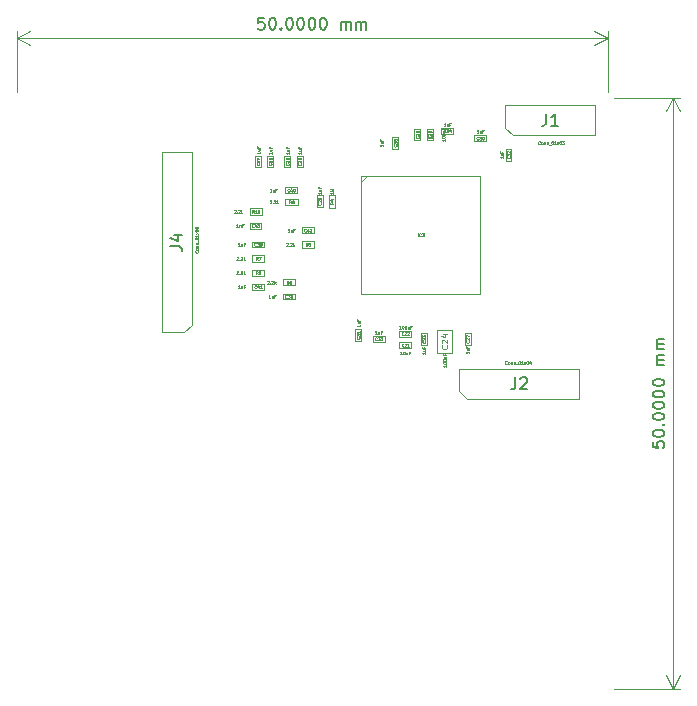
<source format=gbr>
%TF.GenerationSoftware,KiCad,Pcbnew,8.0.2-1*%
%TF.CreationDate,2024-06-13T15:13:00+09:00*%
%TF.ProjectId,eeg,6565672e-6b69-4636-9164-5f7063625858,rev?*%
%TF.SameCoordinates,Original*%
%TF.FileFunction,AssemblyDrawing,Top*%
%FSLAX46Y46*%
G04 Gerber Fmt 4.6, Leading zero omitted, Abs format (unit mm)*
G04 Created by KiCad (PCBNEW 8.0.2-1) date 2024-06-13 15:13:00*
%MOMM*%
%LPD*%
G01*
G04 APERTURE LIST*
%ADD10C,0.150000*%
%ADD11C,0.100000*%
%ADD12C,0.050000*%
%ADD13C,0.080000*%
G04 APERTURE END LIST*
D10*
X171404819Y-117495237D02*
X171404819Y-117971427D01*
X171404819Y-117971427D02*
X171881009Y-118019046D01*
X171881009Y-118019046D02*
X171833390Y-117971427D01*
X171833390Y-117971427D02*
X171785771Y-117876189D01*
X171785771Y-117876189D02*
X171785771Y-117638094D01*
X171785771Y-117638094D02*
X171833390Y-117542856D01*
X171833390Y-117542856D02*
X171881009Y-117495237D01*
X171881009Y-117495237D02*
X171976247Y-117447618D01*
X171976247Y-117447618D02*
X172214342Y-117447618D01*
X172214342Y-117447618D02*
X172309580Y-117495237D01*
X172309580Y-117495237D02*
X172357200Y-117542856D01*
X172357200Y-117542856D02*
X172404819Y-117638094D01*
X172404819Y-117638094D02*
X172404819Y-117876189D01*
X172404819Y-117876189D02*
X172357200Y-117971427D01*
X172357200Y-117971427D02*
X172309580Y-118019046D01*
X171404819Y-116828570D02*
X171404819Y-116733332D01*
X171404819Y-116733332D02*
X171452438Y-116638094D01*
X171452438Y-116638094D02*
X171500057Y-116590475D01*
X171500057Y-116590475D02*
X171595295Y-116542856D01*
X171595295Y-116542856D02*
X171785771Y-116495237D01*
X171785771Y-116495237D02*
X172023866Y-116495237D01*
X172023866Y-116495237D02*
X172214342Y-116542856D01*
X172214342Y-116542856D02*
X172309580Y-116590475D01*
X172309580Y-116590475D02*
X172357200Y-116638094D01*
X172357200Y-116638094D02*
X172404819Y-116733332D01*
X172404819Y-116733332D02*
X172404819Y-116828570D01*
X172404819Y-116828570D02*
X172357200Y-116923808D01*
X172357200Y-116923808D02*
X172309580Y-116971427D01*
X172309580Y-116971427D02*
X172214342Y-117019046D01*
X172214342Y-117019046D02*
X172023866Y-117066665D01*
X172023866Y-117066665D02*
X171785771Y-117066665D01*
X171785771Y-117066665D02*
X171595295Y-117019046D01*
X171595295Y-117019046D02*
X171500057Y-116971427D01*
X171500057Y-116971427D02*
X171452438Y-116923808D01*
X171452438Y-116923808D02*
X171404819Y-116828570D01*
X172309580Y-116066665D02*
X172357200Y-116019046D01*
X172357200Y-116019046D02*
X172404819Y-116066665D01*
X172404819Y-116066665D02*
X172357200Y-116114284D01*
X172357200Y-116114284D02*
X172309580Y-116066665D01*
X172309580Y-116066665D02*
X172404819Y-116066665D01*
X171404819Y-115399999D02*
X171404819Y-115304761D01*
X171404819Y-115304761D02*
X171452438Y-115209523D01*
X171452438Y-115209523D02*
X171500057Y-115161904D01*
X171500057Y-115161904D02*
X171595295Y-115114285D01*
X171595295Y-115114285D02*
X171785771Y-115066666D01*
X171785771Y-115066666D02*
X172023866Y-115066666D01*
X172023866Y-115066666D02*
X172214342Y-115114285D01*
X172214342Y-115114285D02*
X172309580Y-115161904D01*
X172309580Y-115161904D02*
X172357200Y-115209523D01*
X172357200Y-115209523D02*
X172404819Y-115304761D01*
X172404819Y-115304761D02*
X172404819Y-115399999D01*
X172404819Y-115399999D02*
X172357200Y-115495237D01*
X172357200Y-115495237D02*
X172309580Y-115542856D01*
X172309580Y-115542856D02*
X172214342Y-115590475D01*
X172214342Y-115590475D02*
X172023866Y-115638094D01*
X172023866Y-115638094D02*
X171785771Y-115638094D01*
X171785771Y-115638094D02*
X171595295Y-115590475D01*
X171595295Y-115590475D02*
X171500057Y-115542856D01*
X171500057Y-115542856D02*
X171452438Y-115495237D01*
X171452438Y-115495237D02*
X171404819Y-115399999D01*
X171404819Y-114447618D02*
X171404819Y-114352380D01*
X171404819Y-114352380D02*
X171452438Y-114257142D01*
X171452438Y-114257142D02*
X171500057Y-114209523D01*
X171500057Y-114209523D02*
X171595295Y-114161904D01*
X171595295Y-114161904D02*
X171785771Y-114114285D01*
X171785771Y-114114285D02*
X172023866Y-114114285D01*
X172023866Y-114114285D02*
X172214342Y-114161904D01*
X172214342Y-114161904D02*
X172309580Y-114209523D01*
X172309580Y-114209523D02*
X172357200Y-114257142D01*
X172357200Y-114257142D02*
X172404819Y-114352380D01*
X172404819Y-114352380D02*
X172404819Y-114447618D01*
X172404819Y-114447618D02*
X172357200Y-114542856D01*
X172357200Y-114542856D02*
X172309580Y-114590475D01*
X172309580Y-114590475D02*
X172214342Y-114638094D01*
X172214342Y-114638094D02*
X172023866Y-114685713D01*
X172023866Y-114685713D02*
X171785771Y-114685713D01*
X171785771Y-114685713D02*
X171595295Y-114638094D01*
X171595295Y-114638094D02*
X171500057Y-114590475D01*
X171500057Y-114590475D02*
X171452438Y-114542856D01*
X171452438Y-114542856D02*
X171404819Y-114447618D01*
X171404819Y-113495237D02*
X171404819Y-113399999D01*
X171404819Y-113399999D02*
X171452438Y-113304761D01*
X171452438Y-113304761D02*
X171500057Y-113257142D01*
X171500057Y-113257142D02*
X171595295Y-113209523D01*
X171595295Y-113209523D02*
X171785771Y-113161904D01*
X171785771Y-113161904D02*
X172023866Y-113161904D01*
X172023866Y-113161904D02*
X172214342Y-113209523D01*
X172214342Y-113209523D02*
X172309580Y-113257142D01*
X172309580Y-113257142D02*
X172357200Y-113304761D01*
X172357200Y-113304761D02*
X172404819Y-113399999D01*
X172404819Y-113399999D02*
X172404819Y-113495237D01*
X172404819Y-113495237D02*
X172357200Y-113590475D01*
X172357200Y-113590475D02*
X172309580Y-113638094D01*
X172309580Y-113638094D02*
X172214342Y-113685713D01*
X172214342Y-113685713D02*
X172023866Y-113733332D01*
X172023866Y-113733332D02*
X171785771Y-113733332D01*
X171785771Y-113733332D02*
X171595295Y-113685713D01*
X171595295Y-113685713D02*
X171500057Y-113638094D01*
X171500057Y-113638094D02*
X171452438Y-113590475D01*
X171452438Y-113590475D02*
X171404819Y-113495237D01*
X171404819Y-112542856D02*
X171404819Y-112447618D01*
X171404819Y-112447618D02*
X171452438Y-112352380D01*
X171452438Y-112352380D02*
X171500057Y-112304761D01*
X171500057Y-112304761D02*
X171595295Y-112257142D01*
X171595295Y-112257142D02*
X171785771Y-112209523D01*
X171785771Y-112209523D02*
X172023866Y-112209523D01*
X172023866Y-112209523D02*
X172214342Y-112257142D01*
X172214342Y-112257142D02*
X172309580Y-112304761D01*
X172309580Y-112304761D02*
X172357200Y-112352380D01*
X172357200Y-112352380D02*
X172404819Y-112447618D01*
X172404819Y-112447618D02*
X172404819Y-112542856D01*
X172404819Y-112542856D02*
X172357200Y-112638094D01*
X172357200Y-112638094D02*
X172309580Y-112685713D01*
X172309580Y-112685713D02*
X172214342Y-112733332D01*
X172214342Y-112733332D02*
X172023866Y-112780951D01*
X172023866Y-112780951D02*
X171785771Y-112780951D01*
X171785771Y-112780951D02*
X171595295Y-112733332D01*
X171595295Y-112733332D02*
X171500057Y-112685713D01*
X171500057Y-112685713D02*
X171452438Y-112638094D01*
X171452438Y-112638094D02*
X171404819Y-112542856D01*
X172404819Y-111019046D02*
X171738152Y-111019046D01*
X171833390Y-111019046D02*
X171785771Y-110971427D01*
X171785771Y-110971427D02*
X171738152Y-110876189D01*
X171738152Y-110876189D02*
X171738152Y-110733332D01*
X171738152Y-110733332D02*
X171785771Y-110638094D01*
X171785771Y-110638094D02*
X171881009Y-110590475D01*
X171881009Y-110590475D02*
X172404819Y-110590475D01*
X171881009Y-110590475D02*
X171785771Y-110542856D01*
X171785771Y-110542856D02*
X171738152Y-110447618D01*
X171738152Y-110447618D02*
X171738152Y-110304761D01*
X171738152Y-110304761D02*
X171785771Y-110209522D01*
X171785771Y-110209522D02*
X171881009Y-110161903D01*
X171881009Y-110161903D02*
X172404819Y-110161903D01*
X172404819Y-109685713D02*
X171738152Y-109685713D01*
X171833390Y-109685713D02*
X171785771Y-109638094D01*
X171785771Y-109638094D02*
X171738152Y-109542856D01*
X171738152Y-109542856D02*
X171738152Y-109399999D01*
X171738152Y-109399999D02*
X171785771Y-109304761D01*
X171785771Y-109304761D02*
X171881009Y-109257142D01*
X171881009Y-109257142D02*
X172404819Y-109257142D01*
X171881009Y-109257142D02*
X171785771Y-109209523D01*
X171785771Y-109209523D02*
X171738152Y-109114285D01*
X171738152Y-109114285D02*
X171738152Y-108971428D01*
X171738152Y-108971428D02*
X171785771Y-108876189D01*
X171785771Y-108876189D02*
X171881009Y-108828570D01*
X171881009Y-108828570D02*
X172404819Y-108828570D01*
D11*
X168100000Y-88400000D02*
X173686420Y-88400000D01*
X168100000Y-138400000D02*
X173686420Y-138400000D01*
X173100000Y-88400000D02*
X173100000Y-138400000D01*
X173100000Y-88400000D02*
X173100000Y-138400000D01*
X173100000Y-88400000D02*
X173686421Y-89526504D01*
X173100000Y-88400000D02*
X172513579Y-89526504D01*
X173100000Y-138400000D02*
X172513579Y-137273496D01*
X173100000Y-138400000D02*
X173686421Y-137273496D01*
D10*
X138504762Y-81604819D02*
X138028572Y-81604819D01*
X138028572Y-81604819D02*
X137980953Y-82081009D01*
X137980953Y-82081009D02*
X138028572Y-82033390D01*
X138028572Y-82033390D02*
X138123810Y-81985771D01*
X138123810Y-81985771D02*
X138361905Y-81985771D01*
X138361905Y-81985771D02*
X138457143Y-82033390D01*
X138457143Y-82033390D02*
X138504762Y-82081009D01*
X138504762Y-82081009D02*
X138552381Y-82176247D01*
X138552381Y-82176247D02*
X138552381Y-82414342D01*
X138552381Y-82414342D02*
X138504762Y-82509580D01*
X138504762Y-82509580D02*
X138457143Y-82557200D01*
X138457143Y-82557200D02*
X138361905Y-82604819D01*
X138361905Y-82604819D02*
X138123810Y-82604819D01*
X138123810Y-82604819D02*
X138028572Y-82557200D01*
X138028572Y-82557200D02*
X137980953Y-82509580D01*
X139171429Y-81604819D02*
X139266667Y-81604819D01*
X139266667Y-81604819D02*
X139361905Y-81652438D01*
X139361905Y-81652438D02*
X139409524Y-81700057D01*
X139409524Y-81700057D02*
X139457143Y-81795295D01*
X139457143Y-81795295D02*
X139504762Y-81985771D01*
X139504762Y-81985771D02*
X139504762Y-82223866D01*
X139504762Y-82223866D02*
X139457143Y-82414342D01*
X139457143Y-82414342D02*
X139409524Y-82509580D01*
X139409524Y-82509580D02*
X139361905Y-82557200D01*
X139361905Y-82557200D02*
X139266667Y-82604819D01*
X139266667Y-82604819D02*
X139171429Y-82604819D01*
X139171429Y-82604819D02*
X139076191Y-82557200D01*
X139076191Y-82557200D02*
X139028572Y-82509580D01*
X139028572Y-82509580D02*
X138980953Y-82414342D01*
X138980953Y-82414342D02*
X138933334Y-82223866D01*
X138933334Y-82223866D02*
X138933334Y-81985771D01*
X138933334Y-81985771D02*
X138980953Y-81795295D01*
X138980953Y-81795295D02*
X139028572Y-81700057D01*
X139028572Y-81700057D02*
X139076191Y-81652438D01*
X139076191Y-81652438D02*
X139171429Y-81604819D01*
X139933334Y-82509580D02*
X139980953Y-82557200D01*
X139980953Y-82557200D02*
X139933334Y-82604819D01*
X139933334Y-82604819D02*
X139885715Y-82557200D01*
X139885715Y-82557200D02*
X139933334Y-82509580D01*
X139933334Y-82509580D02*
X139933334Y-82604819D01*
X140600000Y-81604819D02*
X140695238Y-81604819D01*
X140695238Y-81604819D02*
X140790476Y-81652438D01*
X140790476Y-81652438D02*
X140838095Y-81700057D01*
X140838095Y-81700057D02*
X140885714Y-81795295D01*
X140885714Y-81795295D02*
X140933333Y-81985771D01*
X140933333Y-81985771D02*
X140933333Y-82223866D01*
X140933333Y-82223866D02*
X140885714Y-82414342D01*
X140885714Y-82414342D02*
X140838095Y-82509580D01*
X140838095Y-82509580D02*
X140790476Y-82557200D01*
X140790476Y-82557200D02*
X140695238Y-82604819D01*
X140695238Y-82604819D02*
X140600000Y-82604819D01*
X140600000Y-82604819D02*
X140504762Y-82557200D01*
X140504762Y-82557200D02*
X140457143Y-82509580D01*
X140457143Y-82509580D02*
X140409524Y-82414342D01*
X140409524Y-82414342D02*
X140361905Y-82223866D01*
X140361905Y-82223866D02*
X140361905Y-81985771D01*
X140361905Y-81985771D02*
X140409524Y-81795295D01*
X140409524Y-81795295D02*
X140457143Y-81700057D01*
X140457143Y-81700057D02*
X140504762Y-81652438D01*
X140504762Y-81652438D02*
X140600000Y-81604819D01*
X141552381Y-81604819D02*
X141647619Y-81604819D01*
X141647619Y-81604819D02*
X141742857Y-81652438D01*
X141742857Y-81652438D02*
X141790476Y-81700057D01*
X141790476Y-81700057D02*
X141838095Y-81795295D01*
X141838095Y-81795295D02*
X141885714Y-81985771D01*
X141885714Y-81985771D02*
X141885714Y-82223866D01*
X141885714Y-82223866D02*
X141838095Y-82414342D01*
X141838095Y-82414342D02*
X141790476Y-82509580D01*
X141790476Y-82509580D02*
X141742857Y-82557200D01*
X141742857Y-82557200D02*
X141647619Y-82604819D01*
X141647619Y-82604819D02*
X141552381Y-82604819D01*
X141552381Y-82604819D02*
X141457143Y-82557200D01*
X141457143Y-82557200D02*
X141409524Y-82509580D01*
X141409524Y-82509580D02*
X141361905Y-82414342D01*
X141361905Y-82414342D02*
X141314286Y-82223866D01*
X141314286Y-82223866D02*
X141314286Y-81985771D01*
X141314286Y-81985771D02*
X141361905Y-81795295D01*
X141361905Y-81795295D02*
X141409524Y-81700057D01*
X141409524Y-81700057D02*
X141457143Y-81652438D01*
X141457143Y-81652438D02*
X141552381Y-81604819D01*
X142504762Y-81604819D02*
X142600000Y-81604819D01*
X142600000Y-81604819D02*
X142695238Y-81652438D01*
X142695238Y-81652438D02*
X142742857Y-81700057D01*
X142742857Y-81700057D02*
X142790476Y-81795295D01*
X142790476Y-81795295D02*
X142838095Y-81985771D01*
X142838095Y-81985771D02*
X142838095Y-82223866D01*
X142838095Y-82223866D02*
X142790476Y-82414342D01*
X142790476Y-82414342D02*
X142742857Y-82509580D01*
X142742857Y-82509580D02*
X142695238Y-82557200D01*
X142695238Y-82557200D02*
X142600000Y-82604819D01*
X142600000Y-82604819D02*
X142504762Y-82604819D01*
X142504762Y-82604819D02*
X142409524Y-82557200D01*
X142409524Y-82557200D02*
X142361905Y-82509580D01*
X142361905Y-82509580D02*
X142314286Y-82414342D01*
X142314286Y-82414342D02*
X142266667Y-82223866D01*
X142266667Y-82223866D02*
X142266667Y-81985771D01*
X142266667Y-81985771D02*
X142314286Y-81795295D01*
X142314286Y-81795295D02*
X142361905Y-81700057D01*
X142361905Y-81700057D02*
X142409524Y-81652438D01*
X142409524Y-81652438D02*
X142504762Y-81604819D01*
X143457143Y-81604819D02*
X143552381Y-81604819D01*
X143552381Y-81604819D02*
X143647619Y-81652438D01*
X143647619Y-81652438D02*
X143695238Y-81700057D01*
X143695238Y-81700057D02*
X143742857Y-81795295D01*
X143742857Y-81795295D02*
X143790476Y-81985771D01*
X143790476Y-81985771D02*
X143790476Y-82223866D01*
X143790476Y-82223866D02*
X143742857Y-82414342D01*
X143742857Y-82414342D02*
X143695238Y-82509580D01*
X143695238Y-82509580D02*
X143647619Y-82557200D01*
X143647619Y-82557200D02*
X143552381Y-82604819D01*
X143552381Y-82604819D02*
X143457143Y-82604819D01*
X143457143Y-82604819D02*
X143361905Y-82557200D01*
X143361905Y-82557200D02*
X143314286Y-82509580D01*
X143314286Y-82509580D02*
X143266667Y-82414342D01*
X143266667Y-82414342D02*
X143219048Y-82223866D01*
X143219048Y-82223866D02*
X143219048Y-81985771D01*
X143219048Y-81985771D02*
X143266667Y-81795295D01*
X143266667Y-81795295D02*
X143314286Y-81700057D01*
X143314286Y-81700057D02*
X143361905Y-81652438D01*
X143361905Y-81652438D02*
X143457143Y-81604819D01*
X144980953Y-82604819D02*
X144980953Y-81938152D01*
X144980953Y-82033390D02*
X145028572Y-81985771D01*
X145028572Y-81985771D02*
X145123810Y-81938152D01*
X145123810Y-81938152D02*
X145266667Y-81938152D01*
X145266667Y-81938152D02*
X145361905Y-81985771D01*
X145361905Y-81985771D02*
X145409524Y-82081009D01*
X145409524Y-82081009D02*
X145409524Y-82604819D01*
X145409524Y-82081009D02*
X145457143Y-81985771D01*
X145457143Y-81985771D02*
X145552381Y-81938152D01*
X145552381Y-81938152D02*
X145695238Y-81938152D01*
X145695238Y-81938152D02*
X145790477Y-81985771D01*
X145790477Y-81985771D02*
X145838096Y-82081009D01*
X145838096Y-82081009D02*
X145838096Y-82604819D01*
X146314286Y-82604819D02*
X146314286Y-81938152D01*
X146314286Y-82033390D02*
X146361905Y-81985771D01*
X146361905Y-81985771D02*
X146457143Y-81938152D01*
X146457143Y-81938152D02*
X146600000Y-81938152D01*
X146600000Y-81938152D02*
X146695238Y-81985771D01*
X146695238Y-81985771D02*
X146742857Y-82081009D01*
X146742857Y-82081009D02*
X146742857Y-82604819D01*
X146742857Y-82081009D02*
X146790476Y-81985771D01*
X146790476Y-81985771D02*
X146885714Y-81938152D01*
X146885714Y-81938152D02*
X147028571Y-81938152D01*
X147028571Y-81938152D02*
X147123810Y-81985771D01*
X147123810Y-81985771D02*
X147171429Y-82081009D01*
X147171429Y-82081009D02*
X147171429Y-82604819D01*
D11*
X117600000Y-87900000D02*
X117600000Y-82713580D01*
X167600000Y-87900000D02*
X167600000Y-82713580D01*
X117600000Y-83300000D02*
X167600000Y-83300000D01*
X117600000Y-83300000D02*
X167600000Y-83300000D01*
X117600000Y-83300000D02*
X118726504Y-82713579D01*
X117600000Y-83300000D02*
X118726504Y-83886421D01*
X167600000Y-83300000D02*
X166473496Y-83886421D01*
X167600000Y-83300000D02*
X166473496Y-82713579D01*
D12*
X159065477Y-110889245D02*
X159053573Y-110901150D01*
X159053573Y-110901150D02*
X159017858Y-110913054D01*
X159017858Y-110913054D02*
X158994049Y-110913054D01*
X158994049Y-110913054D02*
X158958335Y-110901150D01*
X158958335Y-110901150D02*
X158934525Y-110877340D01*
X158934525Y-110877340D02*
X158922620Y-110853530D01*
X158922620Y-110853530D02*
X158910716Y-110805911D01*
X158910716Y-110805911D02*
X158910716Y-110770197D01*
X158910716Y-110770197D02*
X158922620Y-110722578D01*
X158922620Y-110722578D02*
X158934525Y-110698769D01*
X158934525Y-110698769D02*
X158958335Y-110674959D01*
X158958335Y-110674959D02*
X158994049Y-110663054D01*
X158994049Y-110663054D02*
X159017858Y-110663054D01*
X159017858Y-110663054D02*
X159053573Y-110674959D01*
X159053573Y-110674959D02*
X159065477Y-110686864D01*
X159208335Y-110913054D02*
X159184525Y-110901150D01*
X159184525Y-110901150D02*
X159172620Y-110889245D01*
X159172620Y-110889245D02*
X159160716Y-110865435D01*
X159160716Y-110865435D02*
X159160716Y-110794007D01*
X159160716Y-110794007D02*
X159172620Y-110770197D01*
X159172620Y-110770197D02*
X159184525Y-110758292D01*
X159184525Y-110758292D02*
X159208335Y-110746388D01*
X159208335Y-110746388D02*
X159244049Y-110746388D01*
X159244049Y-110746388D02*
X159267858Y-110758292D01*
X159267858Y-110758292D02*
X159279763Y-110770197D01*
X159279763Y-110770197D02*
X159291668Y-110794007D01*
X159291668Y-110794007D02*
X159291668Y-110865435D01*
X159291668Y-110865435D02*
X159279763Y-110889245D01*
X159279763Y-110889245D02*
X159267858Y-110901150D01*
X159267858Y-110901150D02*
X159244049Y-110913054D01*
X159244049Y-110913054D02*
X159208335Y-110913054D01*
X159398810Y-110746388D02*
X159398810Y-110913054D01*
X159398810Y-110770197D02*
X159410715Y-110758292D01*
X159410715Y-110758292D02*
X159434525Y-110746388D01*
X159434525Y-110746388D02*
X159470239Y-110746388D01*
X159470239Y-110746388D02*
X159494048Y-110758292D01*
X159494048Y-110758292D02*
X159505953Y-110782102D01*
X159505953Y-110782102D02*
X159505953Y-110913054D01*
X159625000Y-110746388D02*
X159625000Y-110913054D01*
X159625000Y-110770197D02*
X159636905Y-110758292D01*
X159636905Y-110758292D02*
X159660715Y-110746388D01*
X159660715Y-110746388D02*
X159696429Y-110746388D01*
X159696429Y-110746388D02*
X159720238Y-110758292D01*
X159720238Y-110758292D02*
X159732143Y-110782102D01*
X159732143Y-110782102D02*
X159732143Y-110913054D01*
X159791667Y-110936864D02*
X159982143Y-110936864D01*
X160089285Y-110663054D02*
X160113095Y-110663054D01*
X160113095Y-110663054D02*
X160136904Y-110674959D01*
X160136904Y-110674959D02*
X160148809Y-110686864D01*
X160148809Y-110686864D02*
X160160714Y-110710673D01*
X160160714Y-110710673D02*
X160172619Y-110758292D01*
X160172619Y-110758292D02*
X160172619Y-110817816D01*
X160172619Y-110817816D02*
X160160714Y-110865435D01*
X160160714Y-110865435D02*
X160148809Y-110889245D01*
X160148809Y-110889245D02*
X160136904Y-110901150D01*
X160136904Y-110901150D02*
X160113095Y-110913054D01*
X160113095Y-110913054D02*
X160089285Y-110913054D01*
X160089285Y-110913054D02*
X160065476Y-110901150D01*
X160065476Y-110901150D02*
X160053571Y-110889245D01*
X160053571Y-110889245D02*
X160041666Y-110865435D01*
X160041666Y-110865435D02*
X160029762Y-110817816D01*
X160029762Y-110817816D02*
X160029762Y-110758292D01*
X160029762Y-110758292D02*
X160041666Y-110710673D01*
X160041666Y-110710673D02*
X160053571Y-110686864D01*
X160053571Y-110686864D02*
X160065476Y-110674959D01*
X160065476Y-110674959D02*
X160089285Y-110663054D01*
X160410714Y-110913054D02*
X160267857Y-110913054D01*
X160339285Y-110913054D02*
X160339285Y-110663054D01*
X160339285Y-110663054D02*
X160315476Y-110698769D01*
X160315476Y-110698769D02*
X160291666Y-110722578D01*
X160291666Y-110722578D02*
X160267857Y-110734483D01*
X160494047Y-110913054D02*
X160624999Y-110746388D01*
X160494047Y-110746388D02*
X160624999Y-110913054D01*
X160767856Y-110663054D02*
X160791666Y-110663054D01*
X160791666Y-110663054D02*
X160815475Y-110674959D01*
X160815475Y-110674959D02*
X160827380Y-110686864D01*
X160827380Y-110686864D02*
X160839285Y-110710673D01*
X160839285Y-110710673D02*
X160851190Y-110758292D01*
X160851190Y-110758292D02*
X160851190Y-110817816D01*
X160851190Y-110817816D02*
X160839285Y-110865435D01*
X160839285Y-110865435D02*
X160827380Y-110889245D01*
X160827380Y-110889245D02*
X160815475Y-110901150D01*
X160815475Y-110901150D02*
X160791666Y-110913054D01*
X160791666Y-110913054D02*
X160767856Y-110913054D01*
X160767856Y-110913054D02*
X160744047Y-110901150D01*
X160744047Y-110901150D02*
X160732142Y-110889245D01*
X160732142Y-110889245D02*
X160720237Y-110865435D01*
X160720237Y-110865435D02*
X160708333Y-110817816D01*
X160708333Y-110817816D02*
X160708333Y-110758292D01*
X160708333Y-110758292D02*
X160720237Y-110710673D01*
X160720237Y-110710673D02*
X160732142Y-110686864D01*
X160732142Y-110686864D02*
X160744047Y-110674959D01*
X160744047Y-110674959D02*
X160767856Y-110663054D01*
X161065475Y-110746388D02*
X161065475Y-110913054D01*
X161005951Y-110651150D02*
X160946428Y-110829721D01*
X160946428Y-110829721D02*
X161101189Y-110829721D01*
D10*
X159776666Y-112054819D02*
X159776666Y-112769104D01*
X159776666Y-112769104D02*
X159729047Y-112911961D01*
X159729047Y-112911961D02*
X159633809Y-113007200D01*
X159633809Y-113007200D02*
X159490952Y-113054819D01*
X159490952Y-113054819D02*
X159395714Y-113054819D01*
X160205238Y-112150057D02*
X160252857Y-112102438D01*
X160252857Y-112102438D02*
X160348095Y-112054819D01*
X160348095Y-112054819D02*
X160586190Y-112054819D01*
X160586190Y-112054819D02*
X160681428Y-112102438D01*
X160681428Y-112102438D02*
X160729047Y-112150057D01*
X160729047Y-112150057D02*
X160776666Y-112245295D01*
X160776666Y-112245295D02*
X160776666Y-112340533D01*
X160776666Y-112340533D02*
X160729047Y-112483390D01*
X160729047Y-112483390D02*
X160157619Y-113054819D01*
X160157619Y-113054819D02*
X160776666Y-113054819D01*
D12*
X141633054Y-92958808D02*
X141633054Y-93101665D01*
X141633054Y-93030237D02*
X141383054Y-93030237D01*
X141383054Y-93030237D02*
X141418769Y-93054046D01*
X141418769Y-93054046D02*
X141442578Y-93077856D01*
X141442578Y-93077856D02*
X141454483Y-93101665D01*
X141466388Y-92744523D02*
X141633054Y-92744523D01*
X141466388Y-92851666D02*
X141597340Y-92851666D01*
X141597340Y-92851666D02*
X141621150Y-92839761D01*
X141621150Y-92839761D02*
X141633054Y-92815951D01*
X141633054Y-92815951D02*
X141633054Y-92780237D01*
X141633054Y-92780237D02*
X141621150Y-92756428D01*
X141621150Y-92756428D02*
X141609245Y-92744523D01*
X141502102Y-92542142D02*
X141502102Y-92625476D01*
X141633054Y-92625476D02*
X141383054Y-92625476D01*
X141383054Y-92625476D02*
X141383054Y-92506428D01*
X141609245Y-93930714D02*
X141621150Y-93942618D01*
X141621150Y-93942618D02*
X141633054Y-93978333D01*
X141633054Y-93978333D02*
X141633054Y-94002142D01*
X141633054Y-94002142D02*
X141621150Y-94037856D01*
X141621150Y-94037856D02*
X141597340Y-94061666D01*
X141597340Y-94061666D02*
X141573530Y-94073571D01*
X141573530Y-94073571D02*
X141525911Y-94085475D01*
X141525911Y-94085475D02*
X141490197Y-94085475D01*
X141490197Y-94085475D02*
X141442578Y-94073571D01*
X141442578Y-94073571D02*
X141418769Y-94061666D01*
X141418769Y-94061666D02*
X141394959Y-94037856D01*
X141394959Y-94037856D02*
X141383054Y-94002142D01*
X141383054Y-94002142D02*
X141383054Y-93978333D01*
X141383054Y-93978333D02*
X141394959Y-93942618D01*
X141394959Y-93942618D02*
X141406864Y-93930714D01*
X141406864Y-93835475D02*
X141394959Y-93823571D01*
X141394959Y-93823571D02*
X141383054Y-93799761D01*
X141383054Y-93799761D02*
X141383054Y-93740237D01*
X141383054Y-93740237D02*
X141394959Y-93716428D01*
X141394959Y-93716428D02*
X141406864Y-93704523D01*
X141406864Y-93704523D02*
X141430673Y-93692618D01*
X141430673Y-93692618D02*
X141454483Y-93692618D01*
X141454483Y-93692618D02*
X141490197Y-93704523D01*
X141490197Y-93704523D02*
X141633054Y-93847380D01*
X141633054Y-93847380D02*
X141633054Y-93692618D01*
X141633054Y-93573571D02*
X141633054Y-93525952D01*
X141633054Y-93525952D02*
X141621150Y-93502142D01*
X141621150Y-93502142D02*
X141609245Y-93490238D01*
X141609245Y-93490238D02*
X141573530Y-93466428D01*
X141573530Y-93466428D02*
X141525911Y-93454523D01*
X141525911Y-93454523D02*
X141430673Y-93454523D01*
X141430673Y-93454523D02*
X141406864Y-93466428D01*
X141406864Y-93466428D02*
X141394959Y-93478333D01*
X141394959Y-93478333D02*
X141383054Y-93502142D01*
X141383054Y-93502142D02*
X141383054Y-93549761D01*
X141383054Y-93549761D02*
X141394959Y-93573571D01*
X141394959Y-93573571D02*
X141406864Y-93585476D01*
X141406864Y-93585476D02*
X141430673Y-93597380D01*
X141430673Y-93597380D02*
X141490197Y-93597380D01*
X141490197Y-93597380D02*
X141514007Y-93585476D01*
X141514007Y-93585476D02*
X141525911Y-93573571D01*
X141525911Y-93573571D02*
X141537816Y-93549761D01*
X141537816Y-93549761D02*
X141537816Y-93502142D01*
X141537816Y-93502142D02*
X141525911Y-93478333D01*
X141525911Y-93478333D02*
X141514007Y-93466428D01*
X141514007Y-93466428D02*
X141490197Y-93454523D01*
X140651191Y-99713054D02*
X140508334Y-99713054D01*
X140579762Y-99713054D02*
X140579762Y-99463054D01*
X140579762Y-99463054D02*
X140555953Y-99498769D01*
X140555953Y-99498769D02*
X140532143Y-99522578D01*
X140532143Y-99522578D02*
X140508334Y-99534483D01*
X140758333Y-99546388D02*
X140758333Y-99713054D01*
X140758333Y-99570197D02*
X140770238Y-99558292D01*
X140770238Y-99558292D02*
X140794048Y-99546388D01*
X140794048Y-99546388D02*
X140829762Y-99546388D01*
X140829762Y-99546388D02*
X140853571Y-99558292D01*
X140853571Y-99558292D02*
X140865476Y-99582102D01*
X140865476Y-99582102D02*
X140865476Y-99713054D01*
X141067857Y-99582102D02*
X140984523Y-99582102D01*
X140984523Y-99713054D02*
X140984523Y-99463054D01*
X140984523Y-99463054D02*
X141103571Y-99463054D01*
X142039285Y-99689245D02*
X142027381Y-99701150D01*
X142027381Y-99701150D02*
X141991666Y-99713054D01*
X141991666Y-99713054D02*
X141967857Y-99713054D01*
X141967857Y-99713054D02*
X141932143Y-99701150D01*
X141932143Y-99701150D02*
X141908333Y-99677340D01*
X141908333Y-99677340D02*
X141896428Y-99653530D01*
X141896428Y-99653530D02*
X141884524Y-99605911D01*
X141884524Y-99605911D02*
X141884524Y-99570197D01*
X141884524Y-99570197D02*
X141896428Y-99522578D01*
X141896428Y-99522578D02*
X141908333Y-99498769D01*
X141908333Y-99498769D02*
X141932143Y-99474959D01*
X141932143Y-99474959D02*
X141967857Y-99463054D01*
X141967857Y-99463054D02*
X141991666Y-99463054D01*
X141991666Y-99463054D02*
X142027381Y-99474959D01*
X142027381Y-99474959D02*
X142039285Y-99486864D01*
X142253571Y-99546388D02*
X142253571Y-99713054D01*
X142194047Y-99451150D02*
X142134524Y-99629721D01*
X142134524Y-99629721D02*
X142289285Y-99629721D01*
X142372619Y-99486864D02*
X142384523Y-99474959D01*
X142384523Y-99474959D02*
X142408333Y-99463054D01*
X142408333Y-99463054D02*
X142467857Y-99463054D01*
X142467857Y-99463054D02*
X142491666Y-99474959D01*
X142491666Y-99474959D02*
X142503571Y-99486864D01*
X142503571Y-99486864D02*
X142515476Y-99510673D01*
X142515476Y-99510673D02*
X142515476Y-99534483D01*
X142515476Y-99534483D02*
X142503571Y-99570197D01*
X142503571Y-99570197D02*
X142360714Y-99713054D01*
X142360714Y-99713054D02*
X142515476Y-99713054D01*
X139138054Y-92978808D02*
X139138054Y-93121665D01*
X139138054Y-93050237D02*
X138888054Y-93050237D01*
X138888054Y-93050237D02*
X138923769Y-93074046D01*
X138923769Y-93074046D02*
X138947578Y-93097856D01*
X138947578Y-93097856D02*
X138959483Y-93121665D01*
X138971388Y-92764523D02*
X139138054Y-92764523D01*
X138971388Y-92871666D02*
X139102340Y-92871666D01*
X139102340Y-92871666D02*
X139126150Y-92859761D01*
X139126150Y-92859761D02*
X139138054Y-92835951D01*
X139138054Y-92835951D02*
X139138054Y-92800237D01*
X139138054Y-92800237D02*
X139126150Y-92776428D01*
X139126150Y-92776428D02*
X139114245Y-92764523D01*
X139007102Y-92562142D02*
X139007102Y-92645476D01*
X139138054Y-92645476D02*
X138888054Y-92645476D01*
X138888054Y-92645476D02*
X138888054Y-92526428D01*
X139119245Y-93930714D02*
X139131150Y-93942618D01*
X139131150Y-93942618D02*
X139143054Y-93978333D01*
X139143054Y-93978333D02*
X139143054Y-94002142D01*
X139143054Y-94002142D02*
X139131150Y-94037856D01*
X139131150Y-94037856D02*
X139107340Y-94061666D01*
X139107340Y-94061666D02*
X139083530Y-94073571D01*
X139083530Y-94073571D02*
X139035911Y-94085475D01*
X139035911Y-94085475D02*
X139000197Y-94085475D01*
X139000197Y-94085475D02*
X138952578Y-94073571D01*
X138952578Y-94073571D02*
X138928769Y-94061666D01*
X138928769Y-94061666D02*
X138904959Y-94037856D01*
X138904959Y-94037856D02*
X138893054Y-94002142D01*
X138893054Y-94002142D02*
X138893054Y-93978333D01*
X138893054Y-93978333D02*
X138904959Y-93942618D01*
X138904959Y-93942618D02*
X138916864Y-93930714D01*
X138893054Y-93847380D02*
X138893054Y-93692618D01*
X138893054Y-93692618D02*
X138988292Y-93775952D01*
X138988292Y-93775952D02*
X138988292Y-93740237D01*
X138988292Y-93740237D02*
X139000197Y-93716428D01*
X139000197Y-93716428D02*
X139012102Y-93704523D01*
X139012102Y-93704523D02*
X139035911Y-93692618D01*
X139035911Y-93692618D02*
X139095435Y-93692618D01*
X139095435Y-93692618D02*
X139119245Y-93704523D01*
X139119245Y-93704523D02*
X139131150Y-93716428D01*
X139131150Y-93716428D02*
X139143054Y-93740237D01*
X139143054Y-93740237D02*
X139143054Y-93811666D01*
X139143054Y-93811666D02*
X139131150Y-93835475D01*
X139131150Y-93835475D02*
X139119245Y-93847380D01*
X138893054Y-93466428D02*
X138893054Y-93585476D01*
X138893054Y-93585476D02*
X139012102Y-93597380D01*
X139012102Y-93597380D02*
X139000197Y-93585476D01*
X139000197Y-93585476D02*
X138988292Y-93561666D01*
X138988292Y-93561666D02*
X138988292Y-93502142D01*
X138988292Y-93502142D02*
X139000197Y-93478333D01*
X139000197Y-93478333D02*
X139012102Y-93466428D01*
X139012102Y-93466428D02*
X139035911Y-93454523D01*
X139035911Y-93454523D02*
X139095435Y-93454523D01*
X139095435Y-93454523D02*
X139119245Y-93466428D01*
X139119245Y-93466428D02*
X139131150Y-93478333D01*
X139131150Y-93478333D02*
X139143054Y-93502142D01*
X139143054Y-93502142D02*
X139143054Y-93561666D01*
X139143054Y-93561666D02*
X139131150Y-93585476D01*
X139131150Y-93585476D02*
X139119245Y-93597380D01*
X136311191Y-99313054D02*
X136168334Y-99313054D01*
X136239762Y-99313054D02*
X136239762Y-99063054D01*
X136239762Y-99063054D02*
X136215953Y-99098769D01*
X136215953Y-99098769D02*
X136192143Y-99122578D01*
X136192143Y-99122578D02*
X136168334Y-99134483D01*
X136418333Y-99146388D02*
X136418333Y-99313054D01*
X136418333Y-99170197D02*
X136430238Y-99158292D01*
X136430238Y-99158292D02*
X136454048Y-99146388D01*
X136454048Y-99146388D02*
X136489762Y-99146388D01*
X136489762Y-99146388D02*
X136513571Y-99158292D01*
X136513571Y-99158292D02*
X136525476Y-99182102D01*
X136525476Y-99182102D02*
X136525476Y-99313054D01*
X136727857Y-99182102D02*
X136644523Y-99182102D01*
X136644523Y-99313054D02*
X136644523Y-99063054D01*
X136644523Y-99063054D02*
X136763571Y-99063054D01*
X137619285Y-99289245D02*
X137607381Y-99301150D01*
X137607381Y-99301150D02*
X137571666Y-99313054D01*
X137571666Y-99313054D02*
X137547857Y-99313054D01*
X137547857Y-99313054D02*
X137512143Y-99301150D01*
X137512143Y-99301150D02*
X137488333Y-99277340D01*
X137488333Y-99277340D02*
X137476428Y-99253530D01*
X137476428Y-99253530D02*
X137464524Y-99205911D01*
X137464524Y-99205911D02*
X137464524Y-99170197D01*
X137464524Y-99170197D02*
X137476428Y-99122578D01*
X137476428Y-99122578D02*
X137488333Y-99098769D01*
X137488333Y-99098769D02*
X137512143Y-99074959D01*
X137512143Y-99074959D02*
X137547857Y-99063054D01*
X137547857Y-99063054D02*
X137571666Y-99063054D01*
X137571666Y-99063054D02*
X137607381Y-99074959D01*
X137607381Y-99074959D02*
X137619285Y-99086864D01*
X137833571Y-99146388D02*
X137833571Y-99313054D01*
X137774047Y-99051150D02*
X137714524Y-99229721D01*
X137714524Y-99229721D02*
X137869285Y-99229721D01*
X137940714Y-99063054D02*
X138095476Y-99063054D01*
X138095476Y-99063054D02*
X138012142Y-99158292D01*
X138012142Y-99158292D02*
X138047857Y-99158292D01*
X138047857Y-99158292D02*
X138071666Y-99170197D01*
X138071666Y-99170197D02*
X138083571Y-99182102D01*
X138083571Y-99182102D02*
X138095476Y-99205911D01*
X138095476Y-99205911D02*
X138095476Y-99265435D01*
X138095476Y-99265435D02*
X138083571Y-99289245D01*
X138083571Y-99289245D02*
X138071666Y-99301150D01*
X138071666Y-99301150D02*
X138047857Y-99313054D01*
X138047857Y-99313054D02*
X137976428Y-99313054D01*
X137976428Y-99313054D02*
X137952619Y-99301150D01*
X137952619Y-99301150D02*
X137940714Y-99289245D01*
X156651191Y-91333054D02*
X156508334Y-91333054D01*
X156579762Y-91333054D02*
X156579762Y-91083054D01*
X156579762Y-91083054D02*
X156555953Y-91118769D01*
X156555953Y-91118769D02*
X156532143Y-91142578D01*
X156532143Y-91142578D02*
X156508334Y-91154483D01*
X156865476Y-91166388D02*
X156865476Y-91333054D01*
X156758333Y-91166388D02*
X156758333Y-91297340D01*
X156758333Y-91297340D02*
X156770238Y-91321150D01*
X156770238Y-91321150D02*
X156794048Y-91333054D01*
X156794048Y-91333054D02*
X156829762Y-91333054D01*
X156829762Y-91333054D02*
X156853571Y-91321150D01*
X156853571Y-91321150D02*
X156865476Y-91309245D01*
X157067857Y-91202102D02*
X156984523Y-91202102D01*
X156984523Y-91333054D02*
X156984523Y-91083054D01*
X156984523Y-91083054D02*
X157103571Y-91083054D01*
X156639285Y-91889245D02*
X156627381Y-91901150D01*
X156627381Y-91901150D02*
X156591666Y-91913054D01*
X156591666Y-91913054D02*
X156567857Y-91913054D01*
X156567857Y-91913054D02*
X156532143Y-91901150D01*
X156532143Y-91901150D02*
X156508333Y-91877340D01*
X156508333Y-91877340D02*
X156496428Y-91853530D01*
X156496428Y-91853530D02*
X156484524Y-91805911D01*
X156484524Y-91805911D02*
X156484524Y-91770197D01*
X156484524Y-91770197D02*
X156496428Y-91722578D01*
X156496428Y-91722578D02*
X156508333Y-91698769D01*
X156508333Y-91698769D02*
X156532143Y-91674959D01*
X156532143Y-91674959D02*
X156567857Y-91663054D01*
X156567857Y-91663054D02*
X156591666Y-91663054D01*
X156591666Y-91663054D02*
X156627381Y-91674959D01*
X156627381Y-91674959D02*
X156639285Y-91686864D01*
X156722619Y-91663054D02*
X156877381Y-91663054D01*
X156877381Y-91663054D02*
X156794047Y-91758292D01*
X156794047Y-91758292D02*
X156829762Y-91758292D01*
X156829762Y-91758292D02*
X156853571Y-91770197D01*
X156853571Y-91770197D02*
X156865476Y-91782102D01*
X156865476Y-91782102D02*
X156877381Y-91805911D01*
X156877381Y-91805911D02*
X156877381Y-91865435D01*
X156877381Y-91865435D02*
X156865476Y-91889245D01*
X156865476Y-91889245D02*
X156853571Y-91901150D01*
X156853571Y-91901150D02*
X156829762Y-91913054D01*
X156829762Y-91913054D02*
X156758333Y-91913054D01*
X156758333Y-91913054D02*
X156734524Y-91901150D01*
X156734524Y-91901150D02*
X156722619Y-91889245D01*
X157032142Y-91663054D02*
X157055952Y-91663054D01*
X157055952Y-91663054D02*
X157079761Y-91674959D01*
X157079761Y-91674959D02*
X157091666Y-91686864D01*
X157091666Y-91686864D02*
X157103571Y-91710673D01*
X157103571Y-91710673D02*
X157115476Y-91758292D01*
X157115476Y-91758292D02*
X157115476Y-91817816D01*
X157115476Y-91817816D02*
X157103571Y-91865435D01*
X157103571Y-91865435D02*
X157091666Y-91889245D01*
X157091666Y-91889245D02*
X157079761Y-91901150D01*
X157079761Y-91901150D02*
X157055952Y-91913054D01*
X157055952Y-91913054D02*
X157032142Y-91913054D01*
X157032142Y-91913054D02*
X157008333Y-91901150D01*
X157008333Y-91901150D02*
X156996428Y-91889245D01*
X156996428Y-91889245D02*
X156984523Y-91865435D01*
X156984523Y-91865435D02*
X156972619Y-91817816D01*
X156972619Y-91817816D02*
X156972619Y-91758292D01*
X156972619Y-91758292D02*
X156984523Y-91710673D01*
X156984523Y-91710673D02*
X156996428Y-91686864D01*
X156996428Y-91686864D02*
X157008333Y-91674959D01*
X157008333Y-91674959D02*
X157032142Y-91663054D01*
X136169286Y-103086864D02*
X136181190Y-103074959D01*
X136181190Y-103074959D02*
X136205000Y-103063054D01*
X136205000Y-103063054D02*
X136264524Y-103063054D01*
X136264524Y-103063054D02*
X136288333Y-103074959D01*
X136288333Y-103074959D02*
X136300238Y-103086864D01*
X136300238Y-103086864D02*
X136312143Y-103110673D01*
X136312143Y-103110673D02*
X136312143Y-103134483D01*
X136312143Y-103134483D02*
X136300238Y-103170197D01*
X136300238Y-103170197D02*
X136157381Y-103313054D01*
X136157381Y-103313054D02*
X136312143Y-103313054D01*
X136419285Y-103289245D02*
X136431190Y-103301150D01*
X136431190Y-103301150D02*
X136419285Y-103313054D01*
X136419285Y-103313054D02*
X136407381Y-103301150D01*
X136407381Y-103301150D02*
X136419285Y-103289245D01*
X136419285Y-103289245D02*
X136419285Y-103313054D01*
X136526429Y-103086864D02*
X136538333Y-103074959D01*
X136538333Y-103074959D02*
X136562143Y-103063054D01*
X136562143Y-103063054D02*
X136621667Y-103063054D01*
X136621667Y-103063054D02*
X136645476Y-103074959D01*
X136645476Y-103074959D02*
X136657381Y-103086864D01*
X136657381Y-103086864D02*
X136669286Y-103110673D01*
X136669286Y-103110673D02*
X136669286Y-103134483D01*
X136669286Y-103134483D02*
X136657381Y-103170197D01*
X136657381Y-103170197D02*
X136514524Y-103313054D01*
X136514524Y-103313054D02*
X136669286Y-103313054D01*
X136776428Y-103313054D02*
X136776428Y-103063054D01*
X136800238Y-103217816D02*
X136871666Y-103313054D01*
X136871666Y-103146388D02*
X136776428Y-103241626D01*
X137958333Y-103313054D02*
X137875000Y-103194007D01*
X137815476Y-103313054D02*
X137815476Y-103063054D01*
X137815476Y-103063054D02*
X137910714Y-103063054D01*
X137910714Y-103063054D02*
X137934524Y-103074959D01*
X137934524Y-103074959D02*
X137946429Y-103086864D01*
X137946429Y-103086864D02*
X137958333Y-103110673D01*
X137958333Y-103110673D02*
X137958333Y-103146388D01*
X137958333Y-103146388D02*
X137946429Y-103170197D01*
X137946429Y-103170197D02*
X137934524Y-103182102D01*
X137934524Y-103182102D02*
X137910714Y-103194007D01*
X137910714Y-103194007D02*
X137815476Y-103194007D01*
X138172619Y-103063054D02*
X138125000Y-103063054D01*
X138125000Y-103063054D02*
X138101191Y-103074959D01*
X138101191Y-103074959D02*
X138089286Y-103086864D01*
X138089286Y-103086864D02*
X138065476Y-103122578D01*
X138065476Y-103122578D02*
X138053572Y-103170197D01*
X138053572Y-103170197D02*
X138053572Y-103265435D01*
X138053572Y-103265435D02*
X138065476Y-103289245D01*
X138065476Y-103289245D02*
X138077381Y-103301150D01*
X138077381Y-103301150D02*
X138101191Y-103313054D01*
X138101191Y-103313054D02*
X138148810Y-103313054D01*
X138148810Y-103313054D02*
X138172619Y-103301150D01*
X138172619Y-103301150D02*
X138184524Y-103289245D01*
X138184524Y-103289245D02*
X138196429Y-103265435D01*
X138196429Y-103265435D02*
X138196429Y-103205911D01*
X138196429Y-103205911D02*
X138184524Y-103182102D01*
X138184524Y-103182102D02*
X138172619Y-103170197D01*
X138172619Y-103170197D02*
X138148810Y-103158292D01*
X138148810Y-103158292D02*
X138101191Y-103158292D01*
X138101191Y-103158292D02*
X138077381Y-103170197D01*
X138077381Y-103170197D02*
X138065476Y-103182102D01*
X138065476Y-103182102D02*
X138053572Y-103205911D01*
X161865477Y-92289245D02*
X161853573Y-92301150D01*
X161853573Y-92301150D02*
X161817858Y-92313054D01*
X161817858Y-92313054D02*
X161794049Y-92313054D01*
X161794049Y-92313054D02*
X161758335Y-92301150D01*
X161758335Y-92301150D02*
X161734525Y-92277340D01*
X161734525Y-92277340D02*
X161722620Y-92253530D01*
X161722620Y-92253530D02*
X161710716Y-92205911D01*
X161710716Y-92205911D02*
X161710716Y-92170197D01*
X161710716Y-92170197D02*
X161722620Y-92122578D01*
X161722620Y-92122578D02*
X161734525Y-92098769D01*
X161734525Y-92098769D02*
X161758335Y-92074959D01*
X161758335Y-92074959D02*
X161794049Y-92063054D01*
X161794049Y-92063054D02*
X161817858Y-92063054D01*
X161817858Y-92063054D02*
X161853573Y-92074959D01*
X161853573Y-92074959D02*
X161865477Y-92086864D01*
X162008335Y-92313054D02*
X161984525Y-92301150D01*
X161984525Y-92301150D02*
X161972620Y-92289245D01*
X161972620Y-92289245D02*
X161960716Y-92265435D01*
X161960716Y-92265435D02*
X161960716Y-92194007D01*
X161960716Y-92194007D02*
X161972620Y-92170197D01*
X161972620Y-92170197D02*
X161984525Y-92158292D01*
X161984525Y-92158292D02*
X162008335Y-92146388D01*
X162008335Y-92146388D02*
X162044049Y-92146388D01*
X162044049Y-92146388D02*
X162067858Y-92158292D01*
X162067858Y-92158292D02*
X162079763Y-92170197D01*
X162079763Y-92170197D02*
X162091668Y-92194007D01*
X162091668Y-92194007D02*
X162091668Y-92265435D01*
X162091668Y-92265435D02*
X162079763Y-92289245D01*
X162079763Y-92289245D02*
X162067858Y-92301150D01*
X162067858Y-92301150D02*
X162044049Y-92313054D01*
X162044049Y-92313054D02*
X162008335Y-92313054D01*
X162198810Y-92146388D02*
X162198810Y-92313054D01*
X162198810Y-92170197D02*
X162210715Y-92158292D01*
X162210715Y-92158292D02*
X162234525Y-92146388D01*
X162234525Y-92146388D02*
X162270239Y-92146388D01*
X162270239Y-92146388D02*
X162294048Y-92158292D01*
X162294048Y-92158292D02*
X162305953Y-92182102D01*
X162305953Y-92182102D02*
X162305953Y-92313054D01*
X162425000Y-92146388D02*
X162425000Y-92313054D01*
X162425000Y-92170197D02*
X162436905Y-92158292D01*
X162436905Y-92158292D02*
X162460715Y-92146388D01*
X162460715Y-92146388D02*
X162496429Y-92146388D01*
X162496429Y-92146388D02*
X162520238Y-92158292D01*
X162520238Y-92158292D02*
X162532143Y-92182102D01*
X162532143Y-92182102D02*
X162532143Y-92313054D01*
X162591667Y-92336864D02*
X162782143Y-92336864D01*
X162889285Y-92063054D02*
X162913095Y-92063054D01*
X162913095Y-92063054D02*
X162936904Y-92074959D01*
X162936904Y-92074959D02*
X162948809Y-92086864D01*
X162948809Y-92086864D02*
X162960714Y-92110673D01*
X162960714Y-92110673D02*
X162972619Y-92158292D01*
X162972619Y-92158292D02*
X162972619Y-92217816D01*
X162972619Y-92217816D02*
X162960714Y-92265435D01*
X162960714Y-92265435D02*
X162948809Y-92289245D01*
X162948809Y-92289245D02*
X162936904Y-92301150D01*
X162936904Y-92301150D02*
X162913095Y-92313054D01*
X162913095Y-92313054D02*
X162889285Y-92313054D01*
X162889285Y-92313054D02*
X162865476Y-92301150D01*
X162865476Y-92301150D02*
X162853571Y-92289245D01*
X162853571Y-92289245D02*
X162841666Y-92265435D01*
X162841666Y-92265435D02*
X162829762Y-92217816D01*
X162829762Y-92217816D02*
X162829762Y-92158292D01*
X162829762Y-92158292D02*
X162841666Y-92110673D01*
X162841666Y-92110673D02*
X162853571Y-92086864D01*
X162853571Y-92086864D02*
X162865476Y-92074959D01*
X162865476Y-92074959D02*
X162889285Y-92063054D01*
X163210714Y-92313054D02*
X163067857Y-92313054D01*
X163139285Y-92313054D02*
X163139285Y-92063054D01*
X163139285Y-92063054D02*
X163115476Y-92098769D01*
X163115476Y-92098769D02*
X163091666Y-92122578D01*
X163091666Y-92122578D02*
X163067857Y-92134483D01*
X163294047Y-92313054D02*
X163424999Y-92146388D01*
X163294047Y-92146388D02*
X163424999Y-92313054D01*
X163567856Y-92063054D02*
X163591666Y-92063054D01*
X163591666Y-92063054D02*
X163615475Y-92074959D01*
X163615475Y-92074959D02*
X163627380Y-92086864D01*
X163627380Y-92086864D02*
X163639285Y-92110673D01*
X163639285Y-92110673D02*
X163651190Y-92158292D01*
X163651190Y-92158292D02*
X163651190Y-92217816D01*
X163651190Y-92217816D02*
X163639285Y-92265435D01*
X163639285Y-92265435D02*
X163627380Y-92289245D01*
X163627380Y-92289245D02*
X163615475Y-92301150D01*
X163615475Y-92301150D02*
X163591666Y-92313054D01*
X163591666Y-92313054D02*
X163567856Y-92313054D01*
X163567856Y-92313054D02*
X163544047Y-92301150D01*
X163544047Y-92301150D02*
X163532142Y-92289245D01*
X163532142Y-92289245D02*
X163520237Y-92265435D01*
X163520237Y-92265435D02*
X163508333Y-92217816D01*
X163508333Y-92217816D02*
X163508333Y-92158292D01*
X163508333Y-92158292D02*
X163520237Y-92110673D01*
X163520237Y-92110673D02*
X163532142Y-92086864D01*
X163532142Y-92086864D02*
X163544047Y-92074959D01*
X163544047Y-92074959D02*
X163567856Y-92063054D01*
X163734523Y-92063054D02*
X163889285Y-92063054D01*
X163889285Y-92063054D02*
X163805951Y-92158292D01*
X163805951Y-92158292D02*
X163841666Y-92158292D01*
X163841666Y-92158292D02*
X163865475Y-92170197D01*
X163865475Y-92170197D02*
X163877380Y-92182102D01*
X163877380Y-92182102D02*
X163889285Y-92205911D01*
X163889285Y-92205911D02*
X163889285Y-92265435D01*
X163889285Y-92265435D02*
X163877380Y-92289245D01*
X163877380Y-92289245D02*
X163865475Y-92301150D01*
X163865475Y-92301150D02*
X163841666Y-92313054D01*
X163841666Y-92313054D02*
X163770237Y-92313054D01*
X163770237Y-92313054D02*
X163746428Y-92301150D01*
X163746428Y-92301150D02*
X163734523Y-92289245D01*
D10*
X162381666Y-89754819D02*
X162381666Y-90469104D01*
X162381666Y-90469104D02*
X162334047Y-90611961D01*
X162334047Y-90611961D02*
X162238809Y-90707200D01*
X162238809Y-90707200D02*
X162095952Y-90754819D01*
X162095952Y-90754819D02*
X162000714Y-90754819D01*
X163381666Y-90754819D02*
X162810238Y-90754819D01*
X163095952Y-90754819D02*
X163095952Y-89754819D01*
X163095952Y-89754819D02*
X163000714Y-89897676D01*
X163000714Y-89897676D02*
X162905476Y-89992914D01*
X162905476Y-89992914D02*
X162810238Y-90040533D01*
D12*
X135958810Y-97886864D02*
X135970714Y-97874959D01*
X135970714Y-97874959D02*
X135994524Y-97863054D01*
X135994524Y-97863054D02*
X136054048Y-97863054D01*
X136054048Y-97863054D02*
X136077857Y-97874959D01*
X136077857Y-97874959D02*
X136089762Y-97886864D01*
X136089762Y-97886864D02*
X136101667Y-97910673D01*
X136101667Y-97910673D02*
X136101667Y-97934483D01*
X136101667Y-97934483D02*
X136089762Y-97970197D01*
X136089762Y-97970197D02*
X135946905Y-98113054D01*
X135946905Y-98113054D02*
X136101667Y-98113054D01*
X136208809Y-98089245D02*
X136220714Y-98101150D01*
X136220714Y-98101150D02*
X136208809Y-98113054D01*
X136208809Y-98113054D02*
X136196905Y-98101150D01*
X136196905Y-98101150D02*
X136208809Y-98089245D01*
X136208809Y-98089245D02*
X136208809Y-98113054D01*
X136315953Y-97886864D02*
X136327857Y-97874959D01*
X136327857Y-97874959D02*
X136351667Y-97863054D01*
X136351667Y-97863054D02*
X136411191Y-97863054D01*
X136411191Y-97863054D02*
X136435000Y-97874959D01*
X136435000Y-97874959D02*
X136446905Y-97886864D01*
X136446905Y-97886864D02*
X136458810Y-97910673D01*
X136458810Y-97910673D02*
X136458810Y-97934483D01*
X136458810Y-97934483D02*
X136446905Y-97970197D01*
X136446905Y-97970197D02*
X136304048Y-98113054D01*
X136304048Y-98113054D02*
X136458810Y-98113054D01*
X136565952Y-98113054D02*
X136565952Y-97863054D01*
X136589762Y-98017816D02*
X136661190Y-98113054D01*
X136661190Y-97946388D02*
X136565952Y-98041626D01*
X137639285Y-98113054D02*
X137555952Y-97994007D01*
X137496428Y-98113054D02*
X137496428Y-97863054D01*
X137496428Y-97863054D02*
X137591666Y-97863054D01*
X137591666Y-97863054D02*
X137615476Y-97874959D01*
X137615476Y-97874959D02*
X137627381Y-97886864D01*
X137627381Y-97886864D02*
X137639285Y-97910673D01*
X137639285Y-97910673D02*
X137639285Y-97946388D01*
X137639285Y-97946388D02*
X137627381Y-97970197D01*
X137627381Y-97970197D02*
X137615476Y-97982102D01*
X137615476Y-97982102D02*
X137591666Y-97994007D01*
X137591666Y-97994007D02*
X137496428Y-97994007D01*
X137877381Y-98113054D02*
X137734524Y-98113054D01*
X137805952Y-98113054D02*
X137805952Y-97863054D01*
X137805952Y-97863054D02*
X137782143Y-97898769D01*
X137782143Y-97898769D02*
X137758333Y-97922578D01*
X137758333Y-97922578D02*
X137734524Y-97934483D01*
X138032142Y-97863054D02*
X138055952Y-97863054D01*
X138055952Y-97863054D02*
X138079761Y-97874959D01*
X138079761Y-97874959D02*
X138091666Y-97886864D01*
X138091666Y-97886864D02*
X138103571Y-97910673D01*
X138103571Y-97910673D02*
X138115476Y-97958292D01*
X138115476Y-97958292D02*
X138115476Y-98017816D01*
X138115476Y-98017816D02*
X138103571Y-98065435D01*
X138103571Y-98065435D02*
X138091666Y-98089245D01*
X138091666Y-98089245D02*
X138079761Y-98101150D01*
X138079761Y-98101150D02*
X138055952Y-98113054D01*
X138055952Y-98113054D02*
X138032142Y-98113054D01*
X138032142Y-98113054D02*
X138008333Y-98101150D01*
X138008333Y-98101150D02*
X137996428Y-98089245D01*
X137996428Y-98089245D02*
X137984523Y-98065435D01*
X137984523Y-98065435D02*
X137972619Y-98017816D01*
X137972619Y-98017816D02*
X137972619Y-97958292D01*
X137972619Y-97958292D02*
X137984523Y-97910673D01*
X137984523Y-97910673D02*
X137996428Y-97886864D01*
X137996428Y-97886864D02*
X138008333Y-97874959D01*
X138008333Y-97874959D02*
X138032142Y-97863054D01*
X150192143Y-110113054D02*
X150049286Y-110113054D01*
X150120714Y-110113054D02*
X150120714Y-109863054D01*
X150120714Y-109863054D02*
X150096905Y-109898769D01*
X150096905Y-109898769D02*
X150073095Y-109922578D01*
X150073095Y-109922578D02*
X150049286Y-109934483D01*
X150346904Y-109863054D02*
X150370714Y-109863054D01*
X150370714Y-109863054D02*
X150394523Y-109874959D01*
X150394523Y-109874959D02*
X150406428Y-109886864D01*
X150406428Y-109886864D02*
X150418333Y-109910673D01*
X150418333Y-109910673D02*
X150430238Y-109958292D01*
X150430238Y-109958292D02*
X150430238Y-110017816D01*
X150430238Y-110017816D02*
X150418333Y-110065435D01*
X150418333Y-110065435D02*
X150406428Y-110089245D01*
X150406428Y-110089245D02*
X150394523Y-110101150D01*
X150394523Y-110101150D02*
X150370714Y-110113054D01*
X150370714Y-110113054D02*
X150346904Y-110113054D01*
X150346904Y-110113054D02*
X150323095Y-110101150D01*
X150323095Y-110101150D02*
X150311190Y-110089245D01*
X150311190Y-110089245D02*
X150299285Y-110065435D01*
X150299285Y-110065435D02*
X150287381Y-110017816D01*
X150287381Y-110017816D02*
X150287381Y-109958292D01*
X150287381Y-109958292D02*
X150299285Y-109910673D01*
X150299285Y-109910673D02*
X150311190Y-109886864D01*
X150311190Y-109886864D02*
X150323095Y-109874959D01*
X150323095Y-109874959D02*
X150346904Y-109863054D01*
X150644523Y-109946388D02*
X150644523Y-110113054D01*
X150537380Y-109946388D02*
X150537380Y-110077340D01*
X150537380Y-110077340D02*
X150549285Y-110101150D01*
X150549285Y-110101150D02*
X150573095Y-110113054D01*
X150573095Y-110113054D02*
X150608809Y-110113054D01*
X150608809Y-110113054D02*
X150632618Y-110101150D01*
X150632618Y-110101150D02*
X150644523Y-110089245D01*
X150846904Y-109982102D02*
X150763570Y-109982102D01*
X150763570Y-110113054D02*
X150763570Y-109863054D01*
X150763570Y-109863054D02*
X150882618Y-109863054D01*
X150299285Y-109419245D02*
X150287381Y-109431150D01*
X150287381Y-109431150D02*
X150251666Y-109443054D01*
X150251666Y-109443054D02*
X150227857Y-109443054D01*
X150227857Y-109443054D02*
X150192143Y-109431150D01*
X150192143Y-109431150D02*
X150168333Y-109407340D01*
X150168333Y-109407340D02*
X150156428Y-109383530D01*
X150156428Y-109383530D02*
X150144524Y-109335911D01*
X150144524Y-109335911D02*
X150144524Y-109300197D01*
X150144524Y-109300197D02*
X150156428Y-109252578D01*
X150156428Y-109252578D02*
X150168333Y-109228769D01*
X150168333Y-109228769D02*
X150192143Y-109204959D01*
X150192143Y-109204959D02*
X150227857Y-109193054D01*
X150227857Y-109193054D02*
X150251666Y-109193054D01*
X150251666Y-109193054D02*
X150287381Y-109204959D01*
X150287381Y-109204959D02*
X150299285Y-109216864D01*
X150394524Y-109216864D02*
X150406428Y-109204959D01*
X150406428Y-109204959D02*
X150430238Y-109193054D01*
X150430238Y-109193054D02*
X150489762Y-109193054D01*
X150489762Y-109193054D02*
X150513571Y-109204959D01*
X150513571Y-109204959D02*
X150525476Y-109216864D01*
X150525476Y-109216864D02*
X150537381Y-109240673D01*
X150537381Y-109240673D02*
X150537381Y-109264483D01*
X150537381Y-109264483D02*
X150525476Y-109300197D01*
X150525476Y-109300197D02*
X150382619Y-109443054D01*
X150382619Y-109443054D02*
X150537381Y-109443054D01*
X150775476Y-109443054D02*
X150632619Y-109443054D01*
X150704047Y-109443054D02*
X150704047Y-109193054D01*
X150704047Y-109193054D02*
X150680238Y-109228769D01*
X150680238Y-109228769D02*
X150656428Y-109252578D01*
X150656428Y-109252578D02*
X150632619Y-109264483D01*
X151505952Y-100113054D02*
X151505952Y-99863054D01*
X151767857Y-100089245D02*
X151755953Y-100101150D01*
X151755953Y-100101150D02*
X151720238Y-100113054D01*
X151720238Y-100113054D02*
X151696429Y-100113054D01*
X151696429Y-100113054D02*
X151660715Y-100101150D01*
X151660715Y-100101150D02*
X151636905Y-100077340D01*
X151636905Y-100077340D02*
X151625000Y-100053530D01*
X151625000Y-100053530D02*
X151613096Y-100005911D01*
X151613096Y-100005911D02*
X151613096Y-99970197D01*
X151613096Y-99970197D02*
X151625000Y-99922578D01*
X151625000Y-99922578D02*
X151636905Y-99898769D01*
X151636905Y-99898769D02*
X151660715Y-99874959D01*
X151660715Y-99874959D02*
X151696429Y-99863054D01*
X151696429Y-99863054D02*
X151720238Y-99863054D01*
X151720238Y-99863054D02*
X151755953Y-99874959D01*
X151755953Y-99874959D02*
X151767857Y-99886864D01*
X151851191Y-99863054D02*
X152005953Y-99863054D01*
X152005953Y-99863054D02*
X151922619Y-99958292D01*
X151922619Y-99958292D02*
X151958334Y-99958292D01*
X151958334Y-99958292D02*
X151982143Y-99970197D01*
X151982143Y-99970197D02*
X151994048Y-99982102D01*
X151994048Y-99982102D02*
X152005953Y-100005911D01*
X152005953Y-100005911D02*
X152005953Y-100065435D01*
X152005953Y-100065435D02*
X151994048Y-100089245D01*
X151994048Y-100089245D02*
X151982143Y-100101150D01*
X151982143Y-100101150D02*
X151958334Y-100113054D01*
X151958334Y-100113054D02*
X151886905Y-100113054D01*
X151886905Y-100113054D02*
X151863096Y-100101150D01*
X151863096Y-100101150D02*
X151851191Y-100089245D01*
X140593054Y-92978808D02*
X140593054Y-93121665D01*
X140593054Y-93050237D02*
X140343054Y-93050237D01*
X140343054Y-93050237D02*
X140378769Y-93074046D01*
X140378769Y-93074046D02*
X140402578Y-93097856D01*
X140402578Y-93097856D02*
X140414483Y-93121665D01*
X140426388Y-92764523D02*
X140593054Y-92764523D01*
X140426388Y-92871666D02*
X140557340Y-92871666D01*
X140557340Y-92871666D02*
X140581150Y-92859761D01*
X140581150Y-92859761D02*
X140593054Y-92835951D01*
X140593054Y-92835951D02*
X140593054Y-92800237D01*
X140593054Y-92800237D02*
X140581150Y-92776428D01*
X140581150Y-92776428D02*
X140569245Y-92764523D01*
X140462102Y-92562142D02*
X140462102Y-92645476D01*
X140593054Y-92645476D02*
X140343054Y-92645476D01*
X140343054Y-92645476D02*
X140343054Y-92526428D01*
X140569245Y-93930714D02*
X140581150Y-93942618D01*
X140581150Y-93942618D02*
X140593054Y-93978333D01*
X140593054Y-93978333D02*
X140593054Y-94002142D01*
X140593054Y-94002142D02*
X140581150Y-94037856D01*
X140581150Y-94037856D02*
X140557340Y-94061666D01*
X140557340Y-94061666D02*
X140533530Y-94073571D01*
X140533530Y-94073571D02*
X140485911Y-94085475D01*
X140485911Y-94085475D02*
X140450197Y-94085475D01*
X140450197Y-94085475D02*
X140402578Y-94073571D01*
X140402578Y-94073571D02*
X140378769Y-94061666D01*
X140378769Y-94061666D02*
X140354959Y-94037856D01*
X140354959Y-94037856D02*
X140343054Y-94002142D01*
X140343054Y-94002142D02*
X140343054Y-93978333D01*
X140343054Y-93978333D02*
X140354959Y-93942618D01*
X140354959Y-93942618D02*
X140366864Y-93930714D01*
X140366864Y-93835475D02*
X140354959Y-93823571D01*
X140354959Y-93823571D02*
X140343054Y-93799761D01*
X140343054Y-93799761D02*
X140343054Y-93740237D01*
X140343054Y-93740237D02*
X140354959Y-93716428D01*
X140354959Y-93716428D02*
X140366864Y-93704523D01*
X140366864Y-93704523D02*
X140390673Y-93692618D01*
X140390673Y-93692618D02*
X140414483Y-93692618D01*
X140414483Y-93692618D02*
X140450197Y-93704523D01*
X140450197Y-93704523D02*
X140593054Y-93847380D01*
X140593054Y-93847380D02*
X140593054Y-93692618D01*
X140450197Y-93549761D02*
X140438292Y-93573571D01*
X140438292Y-93573571D02*
X140426388Y-93585476D01*
X140426388Y-93585476D02*
X140402578Y-93597380D01*
X140402578Y-93597380D02*
X140390673Y-93597380D01*
X140390673Y-93597380D02*
X140366864Y-93585476D01*
X140366864Y-93585476D02*
X140354959Y-93573571D01*
X140354959Y-93573571D02*
X140343054Y-93549761D01*
X140343054Y-93549761D02*
X140343054Y-93502142D01*
X140343054Y-93502142D02*
X140354959Y-93478333D01*
X140354959Y-93478333D02*
X140366864Y-93466428D01*
X140366864Y-93466428D02*
X140390673Y-93454523D01*
X140390673Y-93454523D02*
X140402578Y-93454523D01*
X140402578Y-93454523D02*
X140426388Y-93466428D01*
X140426388Y-93466428D02*
X140438292Y-93478333D01*
X140438292Y-93478333D02*
X140450197Y-93502142D01*
X140450197Y-93502142D02*
X140450197Y-93549761D01*
X140450197Y-93549761D02*
X140462102Y-93573571D01*
X140462102Y-93573571D02*
X140474007Y-93585476D01*
X140474007Y-93585476D02*
X140497816Y-93597380D01*
X140497816Y-93597380D02*
X140545435Y-93597380D01*
X140545435Y-93597380D02*
X140569245Y-93585476D01*
X140569245Y-93585476D02*
X140581150Y-93573571D01*
X140581150Y-93573571D02*
X140593054Y-93549761D01*
X140593054Y-93549761D02*
X140593054Y-93502142D01*
X140593054Y-93502142D02*
X140581150Y-93478333D01*
X140581150Y-93478333D02*
X140569245Y-93466428D01*
X140569245Y-93466428D02*
X140545435Y-93454523D01*
X140545435Y-93454523D02*
X140497816Y-93454523D01*
X140497816Y-93454523D02*
X140474007Y-93466428D01*
X140474007Y-93466428D02*
X140462102Y-93478333D01*
X140462102Y-93478333D02*
X140450197Y-93502142D01*
X148051191Y-108353054D02*
X147908334Y-108353054D01*
X147979762Y-108353054D02*
X147979762Y-108103054D01*
X147979762Y-108103054D02*
X147955953Y-108138769D01*
X147955953Y-108138769D02*
X147932143Y-108162578D01*
X147932143Y-108162578D02*
X147908334Y-108174483D01*
X148265476Y-108186388D02*
X148265476Y-108353054D01*
X148158333Y-108186388D02*
X148158333Y-108317340D01*
X148158333Y-108317340D02*
X148170238Y-108341150D01*
X148170238Y-108341150D02*
X148194048Y-108353054D01*
X148194048Y-108353054D02*
X148229762Y-108353054D01*
X148229762Y-108353054D02*
X148253571Y-108341150D01*
X148253571Y-108341150D02*
X148265476Y-108329245D01*
X148467857Y-108222102D02*
X148384523Y-108222102D01*
X148384523Y-108353054D02*
X148384523Y-108103054D01*
X148384523Y-108103054D02*
X148503571Y-108103054D01*
X148039285Y-108889245D02*
X148027381Y-108901150D01*
X148027381Y-108901150D02*
X147991666Y-108913054D01*
X147991666Y-108913054D02*
X147967857Y-108913054D01*
X147967857Y-108913054D02*
X147932143Y-108901150D01*
X147932143Y-108901150D02*
X147908333Y-108877340D01*
X147908333Y-108877340D02*
X147896428Y-108853530D01*
X147896428Y-108853530D02*
X147884524Y-108805911D01*
X147884524Y-108805911D02*
X147884524Y-108770197D01*
X147884524Y-108770197D02*
X147896428Y-108722578D01*
X147896428Y-108722578D02*
X147908333Y-108698769D01*
X147908333Y-108698769D02*
X147932143Y-108674959D01*
X147932143Y-108674959D02*
X147967857Y-108663054D01*
X147967857Y-108663054D02*
X147991666Y-108663054D01*
X147991666Y-108663054D02*
X148027381Y-108674959D01*
X148027381Y-108674959D02*
X148039285Y-108686864D01*
X148122619Y-108663054D02*
X148277381Y-108663054D01*
X148277381Y-108663054D02*
X148194047Y-108758292D01*
X148194047Y-108758292D02*
X148229762Y-108758292D01*
X148229762Y-108758292D02*
X148253571Y-108770197D01*
X148253571Y-108770197D02*
X148265476Y-108782102D01*
X148265476Y-108782102D02*
X148277381Y-108805911D01*
X148277381Y-108805911D02*
X148277381Y-108865435D01*
X148277381Y-108865435D02*
X148265476Y-108889245D01*
X148265476Y-108889245D02*
X148253571Y-108901150D01*
X148253571Y-108901150D02*
X148229762Y-108913054D01*
X148229762Y-108913054D02*
X148158333Y-108913054D01*
X148158333Y-108913054D02*
X148134524Y-108901150D01*
X148134524Y-108901150D02*
X148122619Y-108889245D01*
X148360714Y-108663054D02*
X148515476Y-108663054D01*
X148515476Y-108663054D02*
X148432142Y-108758292D01*
X148432142Y-108758292D02*
X148467857Y-108758292D01*
X148467857Y-108758292D02*
X148491666Y-108770197D01*
X148491666Y-108770197D02*
X148503571Y-108782102D01*
X148503571Y-108782102D02*
X148515476Y-108805911D01*
X148515476Y-108805911D02*
X148515476Y-108865435D01*
X148515476Y-108865435D02*
X148503571Y-108889245D01*
X148503571Y-108889245D02*
X148491666Y-108901150D01*
X148491666Y-108901150D02*
X148467857Y-108913054D01*
X148467857Y-108913054D02*
X148396428Y-108913054D01*
X148396428Y-108913054D02*
X148372619Y-108901150D01*
X148372619Y-108901150D02*
X148360714Y-108889245D01*
X153913054Y-110986903D02*
X153913054Y-111129760D01*
X153913054Y-111058332D02*
X153663054Y-111058332D01*
X153663054Y-111058332D02*
X153698769Y-111082141D01*
X153698769Y-111082141D02*
X153722578Y-111105951D01*
X153722578Y-111105951D02*
X153734483Y-111129760D01*
X153663054Y-110832142D02*
X153663054Y-110808332D01*
X153663054Y-110808332D02*
X153674959Y-110784523D01*
X153674959Y-110784523D02*
X153686864Y-110772618D01*
X153686864Y-110772618D02*
X153710673Y-110760713D01*
X153710673Y-110760713D02*
X153758292Y-110748808D01*
X153758292Y-110748808D02*
X153817816Y-110748808D01*
X153817816Y-110748808D02*
X153865435Y-110760713D01*
X153865435Y-110760713D02*
X153889245Y-110772618D01*
X153889245Y-110772618D02*
X153901150Y-110784523D01*
X153901150Y-110784523D02*
X153913054Y-110808332D01*
X153913054Y-110808332D02*
X153913054Y-110832142D01*
X153913054Y-110832142D02*
X153901150Y-110855951D01*
X153901150Y-110855951D02*
X153889245Y-110867856D01*
X153889245Y-110867856D02*
X153865435Y-110879761D01*
X153865435Y-110879761D02*
X153817816Y-110891665D01*
X153817816Y-110891665D02*
X153758292Y-110891665D01*
X153758292Y-110891665D02*
X153710673Y-110879761D01*
X153710673Y-110879761D02*
X153686864Y-110867856D01*
X153686864Y-110867856D02*
X153674959Y-110855951D01*
X153674959Y-110855951D02*
X153663054Y-110832142D01*
X153663054Y-110594047D02*
X153663054Y-110570237D01*
X153663054Y-110570237D02*
X153674959Y-110546428D01*
X153674959Y-110546428D02*
X153686864Y-110534523D01*
X153686864Y-110534523D02*
X153710673Y-110522618D01*
X153710673Y-110522618D02*
X153758292Y-110510713D01*
X153758292Y-110510713D02*
X153817816Y-110510713D01*
X153817816Y-110510713D02*
X153865435Y-110522618D01*
X153865435Y-110522618D02*
X153889245Y-110534523D01*
X153889245Y-110534523D02*
X153901150Y-110546428D01*
X153901150Y-110546428D02*
X153913054Y-110570237D01*
X153913054Y-110570237D02*
X153913054Y-110594047D01*
X153913054Y-110594047D02*
X153901150Y-110617856D01*
X153901150Y-110617856D02*
X153889245Y-110629761D01*
X153889245Y-110629761D02*
X153865435Y-110641666D01*
X153865435Y-110641666D02*
X153817816Y-110653570D01*
X153817816Y-110653570D02*
X153758292Y-110653570D01*
X153758292Y-110653570D02*
X153710673Y-110641666D01*
X153710673Y-110641666D02*
X153686864Y-110629761D01*
X153686864Y-110629761D02*
X153674959Y-110617856D01*
X153674959Y-110617856D02*
X153663054Y-110594047D01*
X153746388Y-110296428D02*
X153913054Y-110296428D01*
X153746388Y-110403571D02*
X153877340Y-110403571D01*
X153877340Y-110403571D02*
X153901150Y-110391666D01*
X153901150Y-110391666D02*
X153913054Y-110367856D01*
X153913054Y-110367856D02*
X153913054Y-110332142D01*
X153913054Y-110332142D02*
X153901150Y-110308333D01*
X153901150Y-110308333D02*
X153889245Y-110296428D01*
X153782102Y-110094047D02*
X153782102Y-110177381D01*
X153913054Y-110177381D02*
X153663054Y-110177381D01*
X153663054Y-110177381D02*
X153663054Y-110058333D01*
D13*
X153979530Y-109321428D02*
X154003340Y-109345237D01*
X154003340Y-109345237D02*
X154027149Y-109416666D01*
X154027149Y-109416666D02*
X154027149Y-109464285D01*
X154027149Y-109464285D02*
X154003340Y-109535713D01*
X154003340Y-109535713D02*
X153955720Y-109583332D01*
X153955720Y-109583332D02*
X153908101Y-109607142D01*
X153908101Y-109607142D02*
X153812863Y-109630951D01*
X153812863Y-109630951D02*
X153741435Y-109630951D01*
X153741435Y-109630951D02*
X153646197Y-109607142D01*
X153646197Y-109607142D02*
X153598578Y-109583332D01*
X153598578Y-109583332D02*
X153550959Y-109535713D01*
X153550959Y-109535713D02*
X153527149Y-109464285D01*
X153527149Y-109464285D02*
X153527149Y-109416666D01*
X153527149Y-109416666D02*
X153550959Y-109345237D01*
X153550959Y-109345237D02*
X153574768Y-109321428D01*
X153574768Y-109130951D02*
X153550959Y-109107142D01*
X153550959Y-109107142D02*
X153527149Y-109059523D01*
X153527149Y-109059523D02*
X153527149Y-108940475D01*
X153527149Y-108940475D02*
X153550959Y-108892856D01*
X153550959Y-108892856D02*
X153574768Y-108869047D01*
X153574768Y-108869047D02*
X153622387Y-108845237D01*
X153622387Y-108845237D02*
X153670006Y-108845237D01*
X153670006Y-108845237D02*
X153741435Y-108869047D01*
X153741435Y-108869047D02*
X154027149Y-109154761D01*
X154027149Y-109154761D02*
X154027149Y-108845237D01*
X153693816Y-108416666D02*
X154027149Y-108416666D01*
X153503340Y-108535714D02*
X153860482Y-108654761D01*
X153860482Y-108654761D02*
X153860482Y-108345238D01*
D12*
X144373054Y-96341427D02*
X144373054Y-96484284D01*
X144373054Y-96412856D02*
X144123054Y-96412856D01*
X144123054Y-96412856D02*
X144158769Y-96436665D01*
X144158769Y-96436665D02*
X144182578Y-96460475D01*
X144182578Y-96460475D02*
X144194483Y-96484284D01*
X144373054Y-96234285D02*
X144123054Y-96234285D01*
X144123054Y-96234285D02*
X144301626Y-96150951D01*
X144301626Y-96150951D02*
X144123054Y-96067618D01*
X144123054Y-96067618D02*
X144373054Y-96067618D01*
X144373054Y-97201666D02*
X144254007Y-97284999D01*
X144373054Y-97344523D02*
X144123054Y-97344523D01*
X144123054Y-97344523D02*
X144123054Y-97249285D01*
X144123054Y-97249285D02*
X144134959Y-97225475D01*
X144134959Y-97225475D02*
X144146864Y-97213570D01*
X144146864Y-97213570D02*
X144170673Y-97201666D01*
X144170673Y-97201666D02*
X144206388Y-97201666D01*
X144206388Y-97201666D02*
X144230197Y-97213570D01*
X144230197Y-97213570D02*
X144242102Y-97225475D01*
X144242102Y-97225475D02*
X144254007Y-97249285D01*
X144254007Y-97249285D02*
X144254007Y-97344523D01*
X144206388Y-96987380D02*
X144373054Y-96987380D01*
X144111150Y-97046904D02*
X144289721Y-97106427D01*
X144289721Y-97106427D02*
X144289721Y-96951666D01*
X140369286Y-100686864D02*
X140381190Y-100674959D01*
X140381190Y-100674959D02*
X140405000Y-100663054D01*
X140405000Y-100663054D02*
X140464524Y-100663054D01*
X140464524Y-100663054D02*
X140488333Y-100674959D01*
X140488333Y-100674959D02*
X140500238Y-100686864D01*
X140500238Y-100686864D02*
X140512143Y-100710673D01*
X140512143Y-100710673D02*
X140512143Y-100734483D01*
X140512143Y-100734483D02*
X140500238Y-100770197D01*
X140500238Y-100770197D02*
X140357381Y-100913054D01*
X140357381Y-100913054D02*
X140512143Y-100913054D01*
X140619285Y-100889245D02*
X140631190Y-100901150D01*
X140631190Y-100901150D02*
X140619285Y-100913054D01*
X140619285Y-100913054D02*
X140607381Y-100901150D01*
X140607381Y-100901150D02*
X140619285Y-100889245D01*
X140619285Y-100889245D02*
X140619285Y-100913054D01*
X140726429Y-100686864D02*
X140738333Y-100674959D01*
X140738333Y-100674959D02*
X140762143Y-100663054D01*
X140762143Y-100663054D02*
X140821667Y-100663054D01*
X140821667Y-100663054D02*
X140845476Y-100674959D01*
X140845476Y-100674959D02*
X140857381Y-100686864D01*
X140857381Y-100686864D02*
X140869286Y-100710673D01*
X140869286Y-100710673D02*
X140869286Y-100734483D01*
X140869286Y-100734483D02*
X140857381Y-100770197D01*
X140857381Y-100770197D02*
X140714524Y-100913054D01*
X140714524Y-100913054D02*
X140869286Y-100913054D01*
X140976428Y-100913054D02*
X140976428Y-100663054D01*
X141000238Y-100817816D02*
X141071666Y-100913054D01*
X141071666Y-100746388D02*
X140976428Y-100841626D01*
X142158333Y-100913054D02*
X142075000Y-100794007D01*
X142015476Y-100913054D02*
X142015476Y-100663054D01*
X142015476Y-100663054D02*
X142110714Y-100663054D01*
X142110714Y-100663054D02*
X142134524Y-100674959D01*
X142134524Y-100674959D02*
X142146429Y-100686864D01*
X142146429Y-100686864D02*
X142158333Y-100710673D01*
X142158333Y-100710673D02*
X142158333Y-100746388D01*
X142158333Y-100746388D02*
X142146429Y-100770197D01*
X142146429Y-100770197D02*
X142134524Y-100782102D01*
X142134524Y-100782102D02*
X142110714Y-100794007D01*
X142110714Y-100794007D02*
X142015476Y-100794007D01*
X142301191Y-100770197D02*
X142277381Y-100758292D01*
X142277381Y-100758292D02*
X142265476Y-100746388D01*
X142265476Y-100746388D02*
X142253572Y-100722578D01*
X142253572Y-100722578D02*
X142253572Y-100710673D01*
X142253572Y-100710673D02*
X142265476Y-100686864D01*
X142265476Y-100686864D02*
X142277381Y-100674959D01*
X142277381Y-100674959D02*
X142301191Y-100663054D01*
X142301191Y-100663054D02*
X142348810Y-100663054D01*
X142348810Y-100663054D02*
X142372619Y-100674959D01*
X142372619Y-100674959D02*
X142384524Y-100686864D01*
X142384524Y-100686864D02*
X142396429Y-100710673D01*
X142396429Y-100710673D02*
X142396429Y-100722578D01*
X142396429Y-100722578D02*
X142384524Y-100746388D01*
X142384524Y-100746388D02*
X142372619Y-100758292D01*
X142372619Y-100758292D02*
X142348810Y-100770197D01*
X142348810Y-100770197D02*
X142301191Y-100770197D01*
X142301191Y-100770197D02*
X142277381Y-100782102D01*
X142277381Y-100782102D02*
X142265476Y-100794007D01*
X142265476Y-100794007D02*
X142253572Y-100817816D01*
X142253572Y-100817816D02*
X142253572Y-100865435D01*
X142253572Y-100865435D02*
X142265476Y-100889245D01*
X142265476Y-100889245D02*
X142277381Y-100901150D01*
X142277381Y-100901150D02*
X142301191Y-100913054D01*
X142301191Y-100913054D02*
X142348810Y-100913054D01*
X142348810Y-100913054D02*
X142372619Y-100901150D01*
X142372619Y-100901150D02*
X142384524Y-100889245D01*
X142384524Y-100889245D02*
X142396429Y-100865435D01*
X142396429Y-100865435D02*
X142396429Y-100817816D01*
X142396429Y-100817816D02*
X142384524Y-100794007D01*
X142384524Y-100794007D02*
X142372619Y-100782102D01*
X142372619Y-100782102D02*
X142348810Y-100770197D01*
X153793054Y-91866903D02*
X153793054Y-92009760D01*
X153793054Y-91938332D02*
X153543054Y-91938332D01*
X153543054Y-91938332D02*
X153578769Y-91962141D01*
X153578769Y-91962141D02*
X153602578Y-91985951D01*
X153602578Y-91985951D02*
X153614483Y-92009760D01*
X153543054Y-91712142D02*
X153543054Y-91688332D01*
X153543054Y-91688332D02*
X153554959Y-91664523D01*
X153554959Y-91664523D02*
X153566864Y-91652618D01*
X153566864Y-91652618D02*
X153590673Y-91640713D01*
X153590673Y-91640713D02*
X153638292Y-91628808D01*
X153638292Y-91628808D02*
X153697816Y-91628808D01*
X153697816Y-91628808D02*
X153745435Y-91640713D01*
X153745435Y-91640713D02*
X153769245Y-91652618D01*
X153769245Y-91652618D02*
X153781150Y-91664523D01*
X153781150Y-91664523D02*
X153793054Y-91688332D01*
X153793054Y-91688332D02*
X153793054Y-91712142D01*
X153793054Y-91712142D02*
X153781150Y-91735951D01*
X153781150Y-91735951D02*
X153769245Y-91747856D01*
X153769245Y-91747856D02*
X153745435Y-91759761D01*
X153745435Y-91759761D02*
X153697816Y-91771665D01*
X153697816Y-91771665D02*
X153638292Y-91771665D01*
X153638292Y-91771665D02*
X153590673Y-91759761D01*
X153590673Y-91759761D02*
X153566864Y-91747856D01*
X153566864Y-91747856D02*
X153554959Y-91735951D01*
X153554959Y-91735951D02*
X153543054Y-91712142D01*
X153543054Y-91474047D02*
X153543054Y-91450237D01*
X153543054Y-91450237D02*
X153554959Y-91426428D01*
X153554959Y-91426428D02*
X153566864Y-91414523D01*
X153566864Y-91414523D02*
X153590673Y-91402618D01*
X153590673Y-91402618D02*
X153638292Y-91390713D01*
X153638292Y-91390713D02*
X153697816Y-91390713D01*
X153697816Y-91390713D02*
X153745435Y-91402618D01*
X153745435Y-91402618D02*
X153769245Y-91414523D01*
X153769245Y-91414523D02*
X153781150Y-91426428D01*
X153781150Y-91426428D02*
X153793054Y-91450237D01*
X153793054Y-91450237D02*
X153793054Y-91474047D01*
X153793054Y-91474047D02*
X153781150Y-91497856D01*
X153781150Y-91497856D02*
X153769245Y-91509761D01*
X153769245Y-91509761D02*
X153745435Y-91521666D01*
X153745435Y-91521666D02*
X153697816Y-91533570D01*
X153697816Y-91533570D02*
X153638292Y-91533570D01*
X153638292Y-91533570D02*
X153590673Y-91521666D01*
X153590673Y-91521666D02*
X153566864Y-91509761D01*
X153566864Y-91509761D02*
X153554959Y-91497856D01*
X153554959Y-91497856D02*
X153543054Y-91474047D01*
X153626388Y-91283571D02*
X153793054Y-91283571D01*
X153650197Y-91283571D02*
X153638292Y-91271666D01*
X153638292Y-91271666D02*
X153626388Y-91247856D01*
X153626388Y-91247856D02*
X153626388Y-91212142D01*
X153626388Y-91212142D02*
X153638292Y-91188333D01*
X153638292Y-91188333D02*
X153662102Y-91176428D01*
X153662102Y-91176428D02*
X153793054Y-91176428D01*
X153662102Y-90974047D02*
X153662102Y-91057381D01*
X153793054Y-91057381D02*
X153543054Y-91057381D01*
X153543054Y-91057381D02*
X153543054Y-90938333D01*
X152609245Y-91640714D02*
X152621150Y-91652618D01*
X152621150Y-91652618D02*
X152633054Y-91688333D01*
X152633054Y-91688333D02*
X152633054Y-91712142D01*
X152633054Y-91712142D02*
X152621150Y-91747856D01*
X152621150Y-91747856D02*
X152597340Y-91771666D01*
X152597340Y-91771666D02*
X152573530Y-91783571D01*
X152573530Y-91783571D02*
X152525911Y-91795475D01*
X152525911Y-91795475D02*
X152490197Y-91795475D01*
X152490197Y-91795475D02*
X152442578Y-91783571D01*
X152442578Y-91783571D02*
X152418769Y-91771666D01*
X152418769Y-91771666D02*
X152394959Y-91747856D01*
X152394959Y-91747856D02*
X152383054Y-91712142D01*
X152383054Y-91712142D02*
X152383054Y-91688333D01*
X152383054Y-91688333D02*
X152394959Y-91652618D01*
X152394959Y-91652618D02*
X152406864Y-91640714D01*
X152406864Y-91545475D02*
X152394959Y-91533571D01*
X152394959Y-91533571D02*
X152383054Y-91509761D01*
X152383054Y-91509761D02*
X152383054Y-91450237D01*
X152383054Y-91450237D02*
X152394959Y-91426428D01*
X152394959Y-91426428D02*
X152406864Y-91414523D01*
X152406864Y-91414523D02*
X152430673Y-91402618D01*
X152430673Y-91402618D02*
X152454483Y-91402618D01*
X152454483Y-91402618D02*
X152490197Y-91414523D01*
X152490197Y-91414523D02*
X152633054Y-91557380D01*
X152633054Y-91557380D02*
X152633054Y-91402618D01*
X152383054Y-91176428D02*
X152383054Y-91295476D01*
X152383054Y-91295476D02*
X152502102Y-91307380D01*
X152502102Y-91307380D02*
X152490197Y-91295476D01*
X152490197Y-91295476D02*
X152478292Y-91271666D01*
X152478292Y-91271666D02*
X152478292Y-91212142D01*
X152478292Y-91212142D02*
X152490197Y-91188333D01*
X152490197Y-91188333D02*
X152502102Y-91176428D01*
X152502102Y-91176428D02*
X152525911Y-91164523D01*
X152525911Y-91164523D02*
X152585435Y-91164523D01*
X152585435Y-91164523D02*
X152609245Y-91176428D01*
X152609245Y-91176428D02*
X152621150Y-91188333D01*
X152621150Y-91188333D02*
X152633054Y-91212142D01*
X152633054Y-91212142D02*
X152633054Y-91271666D01*
X152633054Y-91271666D02*
X152621150Y-91295476D01*
X152621150Y-91295476D02*
X152609245Y-91307380D01*
X152153054Y-109898808D02*
X152153054Y-110041665D01*
X152153054Y-109970237D02*
X151903054Y-109970237D01*
X151903054Y-109970237D02*
X151938769Y-109994046D01*
X151938769Y-109994046D02*
X151962578Y-110017856D01*
X151962578Y-110017856D02*
X151974483Y-110041665D01*
X151986388Y-109684523D02*
X152153054Y-109684523D01*
X151986388Y-109791666D02*
X152117340Y-109791666D01*
X152117340Y-109791666D02*
X152141150Y-109779761D01*
X152141150Y-109779761D02*
X152153054Y-109755951D01*
X152153054Y-109755951D02*
X152153054Y-109720237D01*
X152153054Y-109720237D02*
X152141150Y-109696428D01*
X152141150Y-109696428D02*
X152129245Y-109684523D01*
X152022102Y-109482142D02*
X152022102Y-109565476D01*
X152153054Y-109565476D02*
X151903054Y-109565476D01*
X151903054Y-109565476D02*
X151903054Y-109446428D01*
X152129245Y-108960714D02*
X152141150Y-108972618D01*
X152141150Y-108972618D02*
X152153054Y-109008333D01*
X152153054Y-109008333D02*
X152153054Y-109032142D01*
X152153054Y-109032142D02*
X152141150Y-109067856D01*
X152141150Y-109067856D02*
X152117340Y-109091666D01*
X152117340Y-109091666D02*
X152093530Y-109103571D01*
X152093530Y-109103571D02*
X152045911Y-109115475D01*
X152045911Y-109115475D02*
X152010197Y-109115475D01*
X152010197Y-109115475D02*
X151962578Y-109103571D01*
X151962578Y-109103571D02*
X151938769Y-109091666D01*
X151938769Y-109091666D02*
X151914959Y-109067856D01*
X151914959Y-109067856D02*
X151903054Y-109032142D01*
X151903054Y-109032142D02*
X151903054Y-109008333D01*
X151903054Y-109008333D02*
X151914959Y-108972618D01*
X151914959Y-108972618D02*
X151926864Y-108960714D01*
X151926864Y-108865475D02*
X151914959Y-108853571D01*
X151914959Y-108853571D02*
X151903054Y-108829761D01*
X151903054Y-108829761D02*
X151903054Y-108770237D01*
X151903054Y-108770237D02*
X151914959Y-108746428D01*
X151914959Y-108746428D02*
X151926864Y-108734523D01*
X151926864Y-108734523D02*
X151950673Y-108722618D01*
X151950673Y-108722618D02*
X151974483Y-108722618D01*
X151974483Y-108722618D02*
X152010197Y-108734523D01*
X152010197Y-108734523D02*
X152153054Y-108877380D01*
X152153054Y-108877380D02*
X152153054Y-108722618D01*
X151903054Y-108639285D02*
X151903054Y-108484523D01*
X151903054Y-108484523D02*
X151998292Y-108567857D01*
X151998292Y-108567857D02*
X151998292Y-108532142D01*
X151998292Y-108532142D02*
X152010197Y-108508333D01*
X152010197Y-108508333D02*
X152022102Y-108496428D01*
X152022102Y-108496428D02*
X152045911Y-108484523D01*
X152045911Y-108484523D02*
X152105435Y-108484523D01*
X152105435Y-108484523D02*
X152129245Y-108496428D01*
X152129245Y-108496428D02*
X152141150Y-108508333D01*
X152141150Y-108508333D02*
X152153054Y-108532142D01*
X152153054Y-108532142D02*
X152153054Y-108603571D01*
X152153054Y-108603571D02*
X152141150Y-108627380D01*
X152141150Y-108627380D02*
X152129245Y-108639285D01*
X136169286Y-101886864D02*
X136181190Y-101874959D01*
X136181190Y-101874959D02*
X136205000Y-101863054D01*
X136205000Y-101863054D02*
X136264524Y-101863054D01*
X136264524Y-101863054D02*
X136288333Y-101874959D01*
X136288333Y-101874959D02*
X136300238Y-101886864D01*
X136300238Y-101886864D02*
X136312143Y-101910673D01*
X136312143Y-101910673D02*
X136312143Y-101934483D01*
X136312143Y-101934483D02*
X136300238Y-101970197D01*
X136300238Y-101970197D02*
X136157381Y-102113054D01*
X136157381Y-102113054D02*
X136312143Y-102113054D01*
X136419285Y-102089245D02*
X136431190Y-102101150D01*
X136431190Y-102101150D02*
X136419285Y-102113054D01*
X136419285Y-102113054D02*
X136407381Y-102101150D01*
X136407381Y-102101150D02*
X136419285Y-102089245D01*
X136419285Y-102089245D02*
X136419285Y-102113054D01*
X136526429Y-101886864D02*
X136538333Y-101874959D01*
X136538333Y-101874959D02*
X136562143Y-101863054D01*
X136562143Y-101863054D02*
X136621667Y-101863054D01*
X136621667Y-101863054D02*
X136645476Y-101874959D01*
X136645476Y-101874959D02*
X136657381Y-101886864D01*
X136657381Y-101886864D02*
X136669286Y-101910673D01*
X136669286Y-101910673D02*
X136669286Y-101934483D01*
X136669286Y-101934483D02*
X136657381Y-101970197D01*
X136657381Y-101970197D02*
X136514524Y-102113054D01*
X136514524Y-102113054D02*
X136669286Y-102113054D01*
X136776428Y-102113054D02*
X136776428Y-101863054D01*
X136800238Y-102017816D02*
X136871666Y-102113054D01*
X136871666Y-101946388D02*
X136776428Y-102041626D01*
X137958333Y-102113054D02*
X137875000Y-101994007D01*
X137815476Y-102113054D02*
X137815476Y-101863054D01*
X137815476Y-101863054D02*
X137910714Y-101863054D01*
X137910714Y-101863054D02*
X137934524Y-101874959D01*
X137934524Y-101874959D02*
X137946429Y-101886864D01*
X137946429Y-101886864D02*
X137958333Y-101910673D01*
X137958333Y-101910673D02*
X137958333Y-101946388D01*
X137958333Y-101946388D02*
X137946429Y-101970197D01*
X137946429Y-101970197D02*
X137934524Y-101982102D01*
X137934524Y-101982102D02*
X137910714Y-101994007D01*
X137910714Y-101994007D02*
X137815476Y-101994007D01*
X138041667Y-101863054D02*
X138208333Y-101863054D01*
X138208333Y-101863054D02*
X138101191Y-102113054D01*
X155853054Y-109868808D02*
X155853054Y-110011665D01*
X155853054Y-109940237D02*
X155603054Y-109940237D01*
X155603054Y-109940237D02*
X155638769Y-109964046D01*
X155638769Y-109964046D02*
X155662578Y-109987856D01*
X155662578Y-109987856D02*
X155674483Y-110011665D01*
X155686388Y-109654523D02*
X155853054Y-109654523D01*
X155686388Y-109761666D02*
X155817340Y-109761666D01*
X155817340Y-109761666D02*
X155841150Y-109749761D01*
X155841150Y-109749761D02*
X155853054Y-109725951D01*
X155853054Y-109725951D02*
X155853054Y-109690237D01*
X155853054Y-109690237D02*
X155841150Y-109666428D01*
X155841150Y-109666428D02*
X155829245Y-109654523D01*
X155722102Y-109452142D02*
X155722102Y-109535476D01*
X155853054Y-109535476D02*
X155603054Y-109535476D01*
X155603054Y-109535476D02*
X155603054Y-109416428D01*
X155829245Y-108960714D02*
X155841150Y-108972618D01*
X155841150Y-108972618D02*
X155853054Y-109008333D01*
X155853054Y-109008333D02*
X155853054Y-109032142D01*
X155853054Y-109032142D02*
X155841150Y-109067856D01*
X155841150Y-109067856D02*
X155817340Y-109091666D01*
X155817340Y-109091666D02*
X155793530Y-109103571D01*
X155793530Y-109103571D02*
X155745911Y-109115475D01*
X155745911Y-109115475D02*
X155710197Y-109115475D01*
X155710197Y-109115475D02*
X155662578Y-109103571D01*
X155662578Y-109103571D02*
X155638769Y-109091666D01*
X155638769Y-109091666D02*
X155614959Y-109067856D01*
X155614959Y-109067856D02*
X155603054Y-109032142D01*
X155603054Y-109032142D02*
X155603054Y-109008333D01*
X155603054Y-109008333D02*
X155614959Y-108972618D01*
X155614959Y-108972618D02*
X155626864Y-108960714D01*
X155626864Y-108865475D02*
X155614959Y-108853571D01*
X155614959Y-108853571D02*
X155603054Y-108829761D01*
X155603054Y-108829761D02*
X155603054Y-108770237D01*
X155603054Y-108770237D02*
X155614959Y-108746428D01*
X155614959Y-108746428D02*
X155626864Y-108734523D01*
X155626864Y-108734523D02*
X155650673Y-108722618D01*
X155650673Y-108722618D02*
X155674483Y-108722618D01*
X155674483Y-108722618D02*
X155710197Y-108734523D01*
X155710197Y-108734523D02*
X155853054Y-108877380D01*
X155853054Y-108877380D02*
X155853054Y-108722618D01*
X155603054Y-108639285D02*
X155603054Y-108472619D01*
X155603054Y-108472619D02*
X155853054Y-108579761D01*
X143313054Y-96368808D02*
X143313054Y-96511665D01*
X143313054Y-96440237D02*
X143063054Y-96440237D01*
X143063054Y-96440237D02*
X143098769Y-96464046D01*
X143098769Y-96464046D02*
X143122578Y-96487856D01*
X143122578Y-96487856D02*
X143134483Y-96511665D01*
X143146388Y-96261666D02*
X143313054Y-96261666D01*
X143170197Y-96261666D02*
X143158292Y-96249761D01*
X143158292Y-96249761D02*
X143146388Y-96225951D01*
X143146388Y-96225951D02*
X143146388Y-96190237D01*
X143146388Y-96190237D02*
X143158292Y-96166428D01*
X143158292Y-96166428D02*
X143182102Y-96154523D01*
X143182102Y-96154523D02*
X143313054Y-96154523D01*
X143182102Y-95952142D02*
X143182102Y-96035476D01*
X143313054Y-96035476D02*
X143063054Y-96035476D01*
X143063054Y-96035476D02*
X143063054Y-95916428D01*
X143289245Y-97300714D02*
X143301150Y-97312618D01*
X143301150Y-97312618D02*
X143313054Y-97348333D01*
X143313054Y-97348333D02*
X143313054Y-97372142D01*
X143313054Y-97372142D02*
X143301150Y-97407856D01*
X143301150Y-97407856D02*
X143277340Y-97431666D01*
X143277340Y-97431666D02*
X143253530Y-97443571D01*
X143253530Y-97443571D02*
X143205911Y-97455475D01*
X143205911Y-97455475D02*
X143170197Y-97455475D01*
X143170197Y-97455475D02*
X143122578Y-97443571D01*
X143122578Y-97443571D02*
X143098769Y-97431666D01*
X143098769Y-97431666D02*
X143074959Y-97407856D01*
X143074959Y-97407856D02*
X143063054Y-97372142D01*
X143063054Y-97372142D02*
X143063054Y-97348333D01*
X143063054Y-97348333D02*
X143074959Y-97312618D01*
X143074959Y-97312618D02*
X143086864Y-97300714D01*
X143086864Y-97205475D02*
X143074959Y-97193571D01*
X143074959Y-97193571D02*
X143063054Y-97169761D01*
X143063054Y-97169761D02*
X143063054Y-97110237D01*
X143063054Y-97110237D02*
X143074959Y-97086428D01*
X143074959Y-97086428D02*
X143086864Y-97074523D01*
X143086864Y-97074523D02*
X143110673Y-97062618D01*
X143110673Y-97062618D02*
X143134483Y-97062618D01*
X143134483Y-97062618D02*
X143170197Y-97074523D01*
X143170197Y-97074523D02*
X143313054Y-97217380D01*
X143313054Y-97217380D02*
X143313054Y-97062618D01*
X143063054Y-96907857D02*
X143063054Y-96884047D01*
X143063054Y-96884047D02*
X143074959Y-96860238D01*
X143074959Y-96860238D02*
X143086864Y-96848333D01*
X143086864Y-96848333D02*
X143110673Y-96836428D01*
X143110673Y-96836428D02*
X143158292Y-96824523D01*
X143158292Y-96824523D02*
X143217816Y-96824523D01*
X143217816Y-96824523D02*
X143265435Y-96836428D01*
X143265435Y-96836428D02*
X143289245Y-96848333D01*
X143289245Y-96848333D02*
X143301150Y-96860238D01*
X143301150Y-96860238D02*
X143313054Y-96884047D01*
X143313054Y-96884047D02*
X143313054Y-96907857D01*
X143313054Y-96907857D02*
X143301150Y-96931666D01*
X143301150Y-96931666D02*
X143289245Y-96943571D01*
X143289245Y-96943571D02*
X143265435Y-96955476D01*
X143265435Y-96955476D02*
X143217816Y-96967380D01*
X143217816Y-96967380D02*
X143158292Y-96967380D01*
X143158292Y-96967380D02*
X143110673Y-96955476D01*
X143110673Y-96955476D02*
X143086864Y-96943571D01*
X143086864Y-96943571D02*
X143074959Y-96931666D01*
X143074959Y-96931666D02*
X143063054Y-96907857D01*
X136451191Y-104513054D02*
X136308334Y-104513054D01*
X136379762Y-104513054D02*
X136379762Y-104263054D01*
X136379762Y-104263054D02*
X136355953Y-104298769D01*
X136355953Y-104298769D02*
X136332143Y-104322578D01*
X136332143Y-104322578D02*
X136308334Y-104334483D01*
X136558333Y-104346388D02*
X136558333Y-104513054D01*
X136558333Y-104370197D02*
X136570238Y-104358292D01*
X136570238Y-104358292D02*
X136594048Y-104346388D01*
X136594048Y-104346388D02*
X136629762Y-104346388D01*
X136629762Y-104346388D02*
X136653571Y-104358292D01*
X136653571Y-104358292D02*
X136665476Y-104382102D01*
X136665476Y-104382102D02*
X136665476Y-104513054D01*
X136867857Y-104382102D02*
X136784523Y-104382102D01*
X136784523Y-104513054D02*
X136784523Y-104263054D01*
X136784523Y-104263054D02*
X136903571Y-104263054D01*
X137839285Y-104489245D02*
X137827381Y-104501150D01*
X137827381Y-104501150D02*
X137791666Y-104513054D01*
X137791666Y-104513054D02*
X137767857Y-104513054D01*
X137767857Y-104513054D02*
X137732143Y-104501150D01*
X137732143Y-104501150D02*
X137708333Y-104477340D01*
X137708333Y-104477340D02*
X137696428Y-104453530D01*
X137696428Y-104453530D02*
X137684524Y-104405911D01*
X137684524Y-104405911D02*
X137684524Y-104370197D01*
X137684524Y-104370197D02*
X137696428Y-104322578D01*
X137696428Y-104322578D02*
X137708333Y-104298769D01*
X137708333Y-104298769D02*
X137732143Y-104274959D01*
X137732143Y-104274959D02*
X137767857Y-104263054D01*
X137767857Y-104263054D02*
X137791666Y-104263054D01*
X137791666Y-104263054D02*
X137827381Y-104274959D01*
X137827381Y-104274959D02*
X137839285Y-104286864D01*
X138053571Y-104346388D02*
X138053571Y-104513054D01*
X137994047Y-104251150D02*
X137934524Y-104429721D01*
X137934524Y-104429721D02*
X138089285Y-104429721D01*
X138315476Y-104513054D02*
X138172619Y-104513054D01*
X138244047Y-104513054D02*
X138244047Y-104263054D01*
X138244047Y-104263054D02*
X138220238Y-104298769D01*
X138220238Y-104298769D02*
X138196428Y-104322578D01*
X138196428Y-104322578D02*
X138172619Y-104334483D01*
X158753054Y-93348808D02*
X158753054Y-93491665D01*
X158753054Y-93420237D02*
X158503054Y-93420237D01*
X158503054Y-93420237D02*
X158538769Y-93444046D01*
X158538769Y-93444046D02*
X158562578Y-93467856D01*
X158562578Y-93467856D02*
X158574483Y-93491665D01*
X158586388Y-93134523D02*
X158753054Y-93134523D01*
X158586388Y-93241666D02*
X158717340Y-93241666D01*
X158717340Y-93241666D02*
X158741150Y-93229761D01*
X158741150Y-93229761D02*
X158753054Y-93205951D01*
X158753054Y-93205951D02*
X158753054Y-93170237D01*
X158753054Y-93170237D02*
X158741150Y-93146428D01*
X158741150Y-93146428D02*
X158729245Y-93134523D01*
X158622102Y-92932142D02*
X158622102Y-93015476D01*
X158753054Y-93015476D02*
X158503054Y-93015476D01*
X158503054Y-93015476D02*
X158503054Y-92896428D01*
X159289245Y-93360714D02*
X159301150Y-93372618D01*
X159301150Y-93372618D02*
X159313054Y-93408333D01*
X159313054Y-93408333D02*
X159313054Y-93432142D01*
X159313054Y-93432142D02*
X159301150Y-93467856D01*
X159301150Y-93467856D02*
X159277340Y-93491666D01*
X159277340Y-93491666D02*
X159253530Y-93503571D01*
X159253530Y-93503571D02*
X159205911Y-93515475D01*
X159205911Y-93515475D02*
X159170197Y-93515475D01*
X159170197Y-93515475D02*
X159122578Y-93503571D01*
X159122578Y-93503571D02*
X159098769Y-93491666D01*
X159098769Y-93491666D02*
X159074959Y-93467856D01*
X159074959Y-93467856D02*
X159063054Y-93432142D01*
X159063054Y-93432142D02*
X159063054Y-93408333D01*
X159063054Y-93408333D02*
X159074959Y-93372618D01*
X159074959Y-93372618D02*
X159086864Y-93360714D01*
X159063054Y-93277380D02*
X159063054Y-93122618D01*
X159063054Y-93122618D02*
X159158292Y-93205952D01*
X159158292Y-93205952D02*
X159158292Y-93170237D01*
X159158292Y-93170237D02*
X159170197Y-93146428D01*
X159170197Y-93146428D02*
X159182102Y-93134523D01*
X159182102Y-93134523D02*
X159205911Y-93122618D01*
X159205911Y-93122618D02*
X159265435Y-93122618D01*
X159265435Y-93122618D02*
X159289245Y-93134523D01*
X159289245Y-93134523D02*
X159301150Y-93146428D01*
X159301150Y-93146428D02*
X159313054Y-93170237D01*
X159313054Y-93170237D02*
X159313054Y-93241666D01*
X159313054Y-93241666D02*
X159301150Y-93265475D01*
X159301150Y-93265475D02*
X159289245Y-93277380D01*
X159086864Y-93027380D02*
X159074959Y-93015476D01*
X159074959Y-93015476D02*
X159063054Y-92991666D01*
X159063054Y-92991666D02*
X159063054Y-92932142D01*
X159063054Y-92932142D02*
X159074959Y-92908333D01*
X159074959Y-92908333D02*
X159086864Y-92896428D01*
X159086864Y-92896428D02*
X159110673Y-92884523D01*
X159110673Y-92884523D02*
X159134483Y-92884523D01*
X159134483Y-92884523D02*
X159170197Y-92896428D01*
X159170197Y-92896428D02*
X159313054Y-93039285D01*
X159313054Y-93039285D02*
X159313054Y-92884523D01*
X138118054Y-92948808D02*
X138118054Y-93091665D01*
X138118054Y-93020237D02*
X137868054Y-93020237D01*
X137868054Y-93020237D02*
X137903769Y-93044046D01*
X137903769Y-93044046D02*
X137927578Y-93067856D01*
X137927578Y-93067856D02*
X137939483Y-93091665D01*
X137951388Y-92734523D02*
X138118054Y-92734523D01*
X137951388Y-92841666D02*
X138082340Y-92841666D01*
X138082340Y-92841666D02*
X138106150Y-92829761D01*
X138106150Y-92829761D02*
X138118054Y-92805951D01*
X138118054Y-92805951D02*
X138118054Y-92770237D01*
X138118054Y-92770237D02*
X138106150Y-92746428D01*
X138106150Y-92746428D02*
X138094245Y-92734523D01*
X137987102Y-92532142D02*
X137987102Y-92615476D01*
X138118054Y-92615476D02*
X137868054Y-92615476D01*
X137868054Y-92615476D02*
X137868054Y-92496428D01*
X138089245Y-93930714D02*
X138101150Y-93942618D01*
X138101150Y-93942618D02*
X138113054Y-93978333D01*
X138113054Y-93978333D02*
X138113054Y-94002142D01*
X138113054Y-94002142D02*
X138101150Y-94037856D01*
X138101150Y-94037856D02*
X138077340Y-94061666D01*
X138077340Y-94061666D02*
X138053530Y-94073571D01*
X138053530Y-94073571D02*
X138005911Y-94085475D01*
X138005911Y-94085475D02*
X137970197Y-94085475D01*
X137970197Y-94085475D02*
X137922578Y-94073571D01*
X137922578Y-94073571D02*
X137898769Y-94061666D01*
X137898769Y-94061666D02*
X137874959Y-94037856D01*
X137874959Y-94037856D02*
X137863054Y-94002142D01*
X137863054Y-94002142D02*
X137863054Y-93978333D01*
X137863054Y-93978333D02*
X137874959Y-93942618D01*
X137874959Y-93942618D02*
X137886864Y-93930714D01*
X137863054Y-93847380D02*
X137863054Y-93692618D01*
X137863054Y-93692618D02*
X137958292Y-93775952D01*
X137958292Y-93775952D02*
X137958292Y-93740237D01*
X137958292Y-93740237D02*
X137970197Y-93716428D01*
X137970197Y-93716428D02*
X137982102Y-93704523D01*
X137982102Y-93704523D02*
X138005911Y-93692618D01*
X138005911Y-93692618D02*
X138065435Y-93692618D01*
X138065435Y-93692618D02*
X138089245Y-93704523D01*
X138089245Y-93704523D02*
X138101150Y-93716428D01*
X138101150Y-93716428D02*
X138113054Y-93740237D01*
X138113054Y-93740237D02*
X138113054Y-93811666D01*
X138113054Y-93811666D02*
X138101150Y-93835475D01*
X138101150Y-93835475D02*
X138089245Y-93847380D01*
X137863054Y-93609285D02*
X137863054Y-93442619D01*
X137863054Y-93442619D02*
X138113054Y-93549761D01*
X136431191Y-100913054D02*
X136288334Y-100913054D01*
X136359762Y-100913054D02*
X136359762Y-100663054D01*
X136359762Y-100663054D02*
X136335953Y-100698769D01*
X136335953Y-100698769D02*
X136312143Y-100722578D01*
X136312143Y-100722578D02*
X136288334Y-100734483D01*
X136538333Y-100746388D02*
X136538333Y-100913054D01*
X136538333Y-100770197D02*
X136550238Y-100758292D01*
X136550238Y-100758292D02*
X136574048Y-100746388D01*
X136574048Y-100746388D02*
X136609762Y-100746388D01*
X136609762Y-100746388D02*
X136633571Y-100758292D01*
X136633571Y-100758292D02*
X136645476Y-100782102D01*
X136645476Y-100782102D02*
X136645476Y-100913054D01*
X136847857Y-100782102D02*
X136764523Y-100782102D01*
X136764523Y-100913054D02*
X136764523Y-100663054D01*
X136764523Y-100663054D02*
X136883571Y-100663054D01*
X137819285Y-100889245D02*
X137807381Y-100901150D01*
X137807381Y-100901150D02*
X137771666Y-100913054D01*
X137771666Y-100913054D02*
X137747857Y-100913054D01*
X137747857Y-100913054D02*
X137712143Y-100901150D01*
X137712143Y-100901150D02*
X137688333Y-100877340D01*
X137688333Y-100877340D02*
X137676428Y-100853530D01*
X137676428Y-100853530D02*
X137664524Y-100805911D01*
X137664524Y-100805911D02*
X137664524Y-100770197D01*
X137664524Y-100770197D02*
X137676428Y-100722578D01*
X137676428Y-100722578D02*
X137688333Y-100698769D01*
X137688333Y-100698769D02*
X137712143Y-100674959D01*
X137712143Y-100674959D02*
X137747857Y-100663054D01*
X137747857Y-100663054D02*
X137771666Y-100663054D01*
X137771666Y-100663054D02*
X137807381Y-100674959D01*
X137807381Y-100674959D02*
X137819285Y-100686864D01*
X137902619Y-100663054D02*
X138057381Y-100663054D01*
X138057381Y-100663054D02*
X137974047Y-100758292D01*
X137974047Y-100758292D02*
X138009762Y-100758292D01*
X138009762Y-100758292D02*
X138033571Y-100770197D01*
X138033571Y-100770197D02*
X138045476Y-100782102D01*
X138045476Y-100782102D02*
X138057381Y-100805911D01*
X138057381Y-100805911D02*
X138057381Y-100865435D01*
X138057381Y-100865435D02*
X138045476Y-100889245D01*
X138045476Y-100889245D02*
X138033571Y-100901150D01*
X138033571Y-100901150D02*
X138009762Y-100913054D01*
X138009762Y-100913054D02*
X137938333Y-100913054D01*
X137938333Y-100913054D02*
X137914524Y-100901150D01*
X137914524Y-100901150D02*
X137902619Y-100889245D01*
X138176428Y-100913054D02*
X138224047Y-100913054D01*
X138224047Y-100913054D02*
X138247857Y-100901150D01*
X138247857Y-100901150D02*
X138259761Y-100889245D01*
X138259761Y-100889245D02*
X138283571Y-100853530D01*
X138283571Y-100853530D02*
X138295476Y-100805911D01*
X138295476Y-100805911D02*
X138295476Y-100710673D01*
X138295476Y-100710673D02*
X138283571Y-100686864D01*
X138283571Y-100686864D02*
X138271666Y-100674959D01*
X138271666Y-100674959D02*
X138247857Y-100663054D01*
X138247857Y-100663054D02*
X138200238Y-100663054D01*
X138200238Y-100663054D02*
X138176428Y-100674959D01*
X138176428Y-100674959D02*
X138164523Y-100686864D01*
X138164523Y-100686864D02*
X138152619Y-100710673D01*
X138152619Y-100710673D02*
X138152619Y-100770197D01*
X138152619Y-100770197D02*
X138164523Y-100794007D01*
X138164523Y-100794007D02*
X138176428Y-100805911D01*
X138176428Y-100805911D02*
X138200238Y-100817816D01*
X138200238Y-100817816D02*
X138247857Y-100817816D01*
X138247857Y-100817816D02*
X138271666Y-100805911D01*
X138271666Y-100805911D02*
X138283571Y-100794007D01*
X138283571Y-100794007D02*
X138295476Y-100770197D01*
X139131191Y-96313054D02*
X138988334Y-96313054D01*
X139059762Y-96313054D02*
X139059762Y-96063054D01*
X139059762Y-96063054D02*
X139035953Y-96098769D01*
X139035953Y-96098769D02*
X139012143Y-96122578D01*
X139012143Y-96122578D02*
X138988334Y-96134483D01*
X139238333Y-96146388D02*
X139238333Y-96313054D01*
X139238333Y-96170197D02*
X139250238Y-96158292D01*
X139250238Y-96158292D02*
X139274048Y-96146388D01*
X139274048Y-96146388D02*
X139309762Y-96146388D01*
X139309762Y-96146388D02*
X139333571Y-96158292D01*
X139333571Y-96158292D02*
X139345476Y-96182102D01*
X139345476Y-96182102D02*
X139345476Y-96313054D01*
X139547857Y-96182102D02*
X139464523Y-96182102D01*
X139464523Y-96313054D02*
X139464523Y-96063054D01*
X139464523Y-96063054D02*
X139583571Y-96063054D01*
X140639285Y-96289245D02*
X140627381Y-96301150D01*
X140627381Y-96301150D02*
X140591666Y-96313054D01*
X140591666Y-96313054D02*
X140567857Y-96313054D01*
X140567857Y-96313054D02*
X140532143Y-96301150D01*
X140532143Y-96301150D02*
X140508333Y-96277340D01*
X140508333Y-96277340D02*
X140496428Y-96253530D01*
X140496428Y-96253530D02*
X140484524Y-96205911D01*
X140484524Y-96205911D02*
X140484524Y-96170197D01*
X140484524Y-96170197D02*
X140496428Y-96122578D01*
X140496428Y-96122578D02*
X140508333Y-96098769D01*
X140508333Y-96098769D02*
X140532143Y-96074959D01*
X140532143Y-96074959D02*
X140567857Y-96063054D01*
X140567857Y-96063054D02*
X140591666Y-96063054D01*
X140591666Y-96063054D02*
X140627381Y-96074959D01*
X140627381Y-96074959D02*
X140639285Y-96086864D01*
X140853571Y-96146388D02*
X140853571Y-96313054D01*
X140794047Y-96051150D02*
X140734524Y-96229721D01*
X140734524Y-96229721D02*
X140889285Y-96229721D01*
X141032142Y-96063054D02*
X141055952Y-96063054D01*
X141055952Y-96063054D02*
X141079761Y-96074959D01*
X141079761Y-96074959D02*
X141091666Y-96086864D01*
X141091666Y-96086864D02*
X141103571Y-96110673D01*
X141103571Y-96110673D02*
X141115476Y-96158292D01*
X141115476Y-96158292D02*
X141115476Y-96217816D01*
X141115476Y-96217816D02*
X141103571Y-96265435D01*
X141103571Y-96265435D02*
X141091666Y-96289245D01*
X141091666Y-96289245D02*
X141079761Y-96301150D01*
X141079761Y-96301150D02*
X141055952Y-96313054D01*
X141055952Y-96313054D02*
X141032142Y-96313054D01*
X141032142Y-96313054D02*
X141008333Y-96301150D01*
X141008333Y-96301150D02*
X140996428Y-96289245D01*
X140996428Y-96289245D02*
X140984523Y-96265435D01*
X140984523Y-96265435D02*
X140972619Y-96217816D01*
X140972619Y-96217816D02*
X140972619Y-96158292D01*
X140972619Y-96158292D02*
X140984523Y-96110673D01*
X140984523Y-96110673D02*
X140996428Y-96086864D01*
X140996428Y-96086864D02*
X141008333Y-96074959D01*
X141008333Y-96074959D02*
X141032142Y-96063054D01*
X152753054Y-91628808D02*
X152753054Y-91771665D01*
X152753054Y-91700237D02*
X152503054Y-91700237D01*
X152503054Y-91700237D02*
X152538769Y-91724046D01*
X152538769Y-91724046D02*
X152562578Y-91747856D01*
X152562578Y-91747856D02*
X152574483Y-91771665D01*
X152586388Y-91414523D02*
X152753054Y-91414523D01*
X152586388Y-91521666D02*
X152717340Y-91521666D01*
X152717340Y-91521666D02*
X152741150Y-91509761D01*
X152741150Y-91509761D02*
X152753054Y-91485951D01*
X152753054Y-91485951D02*
X152753054Y-91450237D01*
X152753054Y-91450237D02*
X152741150Y-91426428D01*
X152741150Y-91426428D02*
X152729245Y-91414523D01*
X152622102Y-91212142D02*
X152622102Y-91295476D01*
X152753054Y-91295476D02*
X152503054Y-91295476D01*
X152503054Y-91295476D02*
X152503054Y-91176428D01*
X151569245Y-91640714D02*
X151581150Y-91652618D01*
X151581150Y-91652618D02*
X151593054Y-91688333D01*
X151593054Y-91688333D02*
X151593054Y-91712142D01*
X151593054Y-91712142D02*
X151581150Y-91747856D01*
X151581150Y-91747856D02*
X151557340Y-91771666D01*
X151557340Y-91771666D02*
X151533530Y-91783571D01*
X151533530Y-91783571D02*
X151485911Y-91795475D01*
X151485911Y-91795475D02*
X151450197Y-91795475D01*
X151450197Y-91795475D02*
X151402578Y-91783571D01*
X151402578Y-91783571D02*
X151378769Y-91771666D01*
X151378769Y-91771666D02*
X151354959Y-91747856D01*
X151354959Y-91747856D02*
X151343054Y-91712142D01*
X151343054Y-91712142D02*
X151343054Y-91688333D01*
X151343054Y-91688333D02*
X151354959Y-91652618D01*
X151354959Y-91652618D02*
X151366864Y-91640714D01*
X151366864Y-91545475D02*
X151354959Y-91533571D01*
X151354959Y-91533571D02*
X151343054Y-91509761D01*
X151343054Y-91509761D02*
X151343054Y-91450237D01*
X151343054Y-91450237D02*
X151354959Y-91426428D01*
X151354959Y-91426428D02*
X151366864Y-91414523D01*
X151366864Y-91414523D02*
X151390673Y-91402618D01*
X151390673Y-91402618D02*
X151414483Y-91402618D01*
X151414483Y-91402618D02*
X151450197Y-91414523D01*
X151450197Y-91414523D02*
X151593054Y-91557380D01*
X151593054Y-91557380D02*
X151593054Y-91402618D01*
X151343054Y-91188333D02*
X151343054Y-91235952D01*
X151343054Y-91235952D02*
X151354959Y-91259761D01*
X151354959Y-91259761D02*
X151366864Y-91271666D01*
X151366864Y-91271666D02*
X151402578Y-91295476D01*
X151402578Y-91295476D02*
X151450197Y-91307380D01*
X151450197Y-91307380D02*
X151545435Y-91307380D01*
X151545435Y-91307380D02*
X151569245Y-91295476D01*
X151569245Y-91295476D02*
X151581150Y-91283571D01*
X151581150Y-91283571D02*
X151593054Y-91259761D01*
X151593054Y-91259761D02*
X151593054Y-91212142D01*
X151593054Y-91212142D02*
X151581150Y-91188333D01*
X151581150Y-91188333D02*
X151569245Y-91176428D01*
X151569245Y-91176428D02*
X151545435Y-91164523D01*
X151545435Y-91164523D02*
X151485911Y-91164523D01*
X151485911Y-91164523D02*
X151462102Y-91176428D01*
X151462102Y-91176428D02*
X151450197Y-91188333D01*
X151450197Y-91188333D02*
X151438292Y-91212142D01*
X151438292Y-91212142D02*
X151438292Y-91259761D01*
X151438292Y-91259761D02*
X151450197Y-91283571D01*
X151450197Y-91283571D02*
X151462102Y-91295476D01*
X151462102Y-91295476D02*
X151485911Y-91307380D01*
X138978810Y-97086864D02*
X138990714Y-97074959D01*
X138990714Y-97074959D02*
X139014524Y-97063054D01*
X139014524Y-97063054D02*
X139074048Y-97063054D01*
X139074048Y-97063054D02*
X139097857Y-97074959D01*
X139097857Y-97074959D02*
X139109762Y-97086864D01*
X139109762Y-97086864D02*
X139121667Y-97110673D01*
X139121667Y-97110673D02*
X139121667Y-97134483D01*
X139121667Y-97134483D02*
X139109762Y-97170197D01*
X139109762Y-97170197D02*
X138966905Y-97313054D01*
X138966905Y-97313054D02*
X139121667Y-97313054D01*
X139228809Y-97289245D02*
X139240714Y-97301150D01*
X139240714Y-97301150D02*
X139228809Y-97313054D01*
X139228809Y-97313054D02*
X139216905Y-97301150D01*
X139216905Y-97301150D02*
X139228809Y-97289245D01*
X139228809Y-97289245D02*
X139228809Y-97313054D01*
X139335953Y-97086864D02*
X139347857Y-97074959D01*
X139347857Y-97074959D02*
X139371667Y-97063054D01*
X139371667Y-97063054D02*
X139431191Y-97063054D01*
X139431191Y-97063054D02*
X139455000Y-97074959D01*
X139455000Y-97074959D02*
X139466905Y-97086864D01*
X139466905Y-97086864D02*
X139478810Y-97110673D01*
X139478810Y-97110673D02*
X139478810Y-97134483D01*
X139478810Y-97134483D02*
X139466905Y-97170197D01*
X139466905Y-97170197D02*
X139324048Y-97313054D01*
X139324048Y-97313054D02*
X139478810Y-97313054D01*
X139585952Y-97313054D02*
X139585952Y-97063054D01*
X139609762Y-97217816D02*
X139681190Y-97313054D01*
X139681190Y-97146388D02*
X139585952Y-97241626D01*
X140778333Y-97313054D02*
X140695000Y-97194007D01*
X140635476Y-97313054D02*
X140635476Y-97063054D01*
X140635476Y-97063054D02*
X140730714Y-97063054D01*
X140730714Y-97063054D02*
X140754524Y-97074959D01*
X140754524Y-97074959D02*
X140766429Y-97086864D01*
X140766429Y-97086864D02*
X140778333Y-97110673D01*
X140778333Y-97110673D02*
X140778333Y-97146388D01*
X140778333Y-97146388D02*
X140766429Y-97170197D01*
X140766429Y-97170197D02*
X140754524Y-97182102D01*
X140754524Y-97182102D02*
X140730714Y-97194007D01*
X140730714Y-97194007D02*
X140635476Y-97194007D01*
X140897381Y-97313054D02*
X140945000Y-97313054D01*
X140945000Y-97313054D02*
X140968810Y-97301150D01*
X140968810Y-97301150D02*
X140980714Y-97289245D01*
X140980714Y-97289245D02*
X141004524Y-97253530D01*
X141004524Y-97253530D02*
X141016429Y-97205911D01*
X141016429Y-97205911D02*
X141016429Y-97110673D01*
X141016429Y-97110673D02*
X141004524Y-97086864D01*
X141004524Y-97086864D02*
X140992619Y-97074959D01*
X140992619Y-97074959D02*
X140968810Y-97063054D01*
X140968810Y-97063054D02*
X140921191Y-97063054D01*
X140921191Y-97063054D02*
X140897381Y-97074959D01*
X140897381Y-97074959D02*
X140885476Y-97086864D01*
X140885476Y-97086864D02*
X140873572Y-97110673D01*
X140873572Y-97110673D02*
X140873572Y-97170197D01*
X140873572Y-97170197D02*
X140885476Y-97194007D01*
X140885476Y-97194007D02*
X140897381Y-97205911D01*
X140897381Y-97205911D02*
X140921191Y-97217816D01*
X140921191Y-97217816D02*
X140968810Y-97217816D01*
X140968810Y-97217816D02*
X140992619Y-97205911D01*
X140992619Y-97205911D02*
X141004524Y-97194007D01*
X141004524Y-97194007D02*
X141016429Y-97170197D01*
X150073096Y-107913054D02*
X149930239Y-107913054D01*
X150001667Y-107913054D02*
X150001667Y-107663054D01*
X150001667Y-107663054D02*
X149977858Y-107698769D01*
X149977858Y-107698769D02*
X149954048Y-107722578D01*
X149954048Y-107722578D02*
X149930239Y-107734483D01*
X150227857Y-107663054D02*
X150251667Y-107663054D01*
X150251667Y-107663054D02*
X150275476Y-107674959D01*
X150275476Y-107674959D02*
X150287381Y-107686864D01*
X150287381Y-107686864D02*
X150299286Y-107710673D01*
X150299286Y-107710673D02*
X150311191Y-107758292D01*
X150311191Y-107758292D02*
X150311191Y-107817816D01*
X150311191Y-107817816D02*
X150299286Y-107865435D01*
X150299286Y-107865435D02*
X150287381Y-107889245D01*
X150287381Y-107889245D02*
X150275476Y-107901150D01*
X150275476Y-107901150D02*
X150251667Y-107913054D01*
X150251667Y-107913054D02*
X150227857Y-107913054D01*
X150227857Y-107913054D02*
X150204048Y-107901150D01*
X150204048Y-107901150D02*
X150192143Y-107889245D01*
X150192143Y-107889245D02*
X150180238Y-107865435D01*
X150180238Y-107865435D02*
X150168334Y-107817816D01*
X150168334Y-107817816D02*
X150168334Y-107758292D01*
X150168334Y-107758292D02*
X150180238Y-107710673D01*
X150180238Y-107710673D02*
X150192143Y-107686864D01*
X150192143Y-107686864D02*
X150204048Y-107674959D01*
X150204048Y-107674959D02*
X150227857Y-107663054D01*
X150465952Y-107663054D02*
X150489762Y-107663054D01*
X150489762Y-107663054D02*
X150513571Y-107674959D01*
X150513571Y-107674959D02*
X150525476Y-107686864D01*
X150525476Y-107686864D02*
X150537381Y-107710673D01*
X150537381Y-107710673D02*
X150549286Y-107758292D01*
X150549286Y-107758292D02*
X150549286Y-107817816D01*
X150549286Y-107817816D02*
X150537381Y-107865435D01*
X150537381Y-107865435D02*
X150525476Y-107889245D01*
X150525476Y-107889245D02*
X150513571Y-107901150D01*
X150513571Y-107901150D02*
X150489762Y-107913054D01*
X150489762Y-107913054D02*
X150465952Y-107913054D01*
X150465952Y-107913054D02*
X150442143Y-107901150D01*
X150442143Y-107901150D02*
X150430238Y-107889245D01*
X150430238Y-107889245D02*
X150418333Y-107865435D01*
X150418333Y-107865435D02*
X150406429Y-107817816D01*
X150406429Y-107817816D02*
X150406429Y-107758292D01*
X150406429Y-107758292D02*
X150418333Y-107710673D01*
X150418333Y-107710673D02*
X150430238Y-107686864D01*
X150430238Y-107686864D02*
X150442143Y-107674959D01*
X150442143Y-107674959D02*
X150465952Y-107663054D01*
X150656428Y-107746388D02*
X150656428Y-107913054D01*
X150656428Y-107770197D02*
X150668333Y-107758292D01*
X150668333Y-107758292D02*
X150692143Y-107746388D01*
X150692143Y-107746388D02*
X150727857Y-107746388D01*
X150727857Y-107746388D02*
X150751666Y-107758292D01*
X150751666Y-107758292D02*
X150763571Y-107782102D01*
X150763571Y-107782102D02*
X150763571Y-107913054D01*
X150965952Y-107782102D02*
X150882618Y-107782102D01*
X150882618Y-107913054D02*
X150882618Y-107663054D01*
X150882618Y-107663054D02*
X151001666Y-107663054D01*
X150299285Y-108429245D02*
X150287381Y-108441150D01*
X150287381Y-108441150D02*
X150251666Y-108453054D01*
X150251666Y-108453054D02*
X150227857Y-108453054D01*
X150227857Y-108453054D02*
X150192143Y-108441150D01*
X150192143Y-108441150D02*
X150168333Y-108417340D01*
X150168333Y-108417340D02*
X150156428Y-108393530D01*
X150156428Y-108393530D02*
X150144524Y-108345911D01*
X150144524Y-108345911D02*
X150144524Y-108310197D01*
X150144524Y-108310197D02*
X150156428Y-108262578D01*
X150156428Y-108262578D02*
X150168333Y-108238769D01*
X150168333Y-108238769D02*
X150192143Y-108214959D01*
X150192143Y-108214959D02*
X150227857Y-108203054D01*
X150227857Y-108203054D02*
X150251666Y-108203054D01*
X150251666Y-108203054D02*
X150287381Y-108214959D01*
X150287381Y-108214959D02*
X150299285Y-108226864D01*
X150394524Y-108226864D02*
X150406428Y-108214959D01*
X150406428Y-108214959D02*
X150430238Y-108203054D01*
X150430238Y-108203054D02*
X150489762Y-108203054D01*
X150489762Y-108203054D02*
X150513571Y-108214959D01*
X150513571Y-108214959D02*
X150525476Y-108226864D01*
X150525476Y-108226864D02*
X150537381Y-108250673D01*
X150537381Y-108250673D02*
X150537381Y-108274483D01*
X150537381Y-108274483D02*
X150525476Y-108310197D01*
X150525476Y-108310197D02*
X150382619Y-108453054D01*
X150382619Y-108453054D02*
X150537381Y-108453054D01*
X150632619Y-108226864D02*
X150644523Y-108214959D01*
X150644523Y-108214959D02*
X150668333Y-108203054D01*
X150668333Y-108203054D02*
X150727857Y-108203054D01*
X150727857Y-108203054D02*
X150751666Y-108214959D01*
X150751666Y-108214959D02*
X150763571Y-108226864D01*
X150763571Y-108226864D02*
X150775476Y-108250673D01*
X150775476Y-108250673D02*
X150775476Y-108274483D01*
X150775476Y-108274483D02*
X150763571Y-108310197D01*
X150763571Y-108310197D02*
X150620714Y-108453054D01*
X150620714Y-108453054D02*
X150775476Y-108453054D01*
X139031191Y-105313054D02*
X138888334Y-105313054D01*
X138959762Y-105313054D02*
X138959762Y-105063054D01*
X138959762Y-105063054D02*
X138935953Y-105098769D01*
X138935953Y-105098769D02*
X138912143Y-105122578D01*
X138912143Y-105122578D02*
X138888334Y-105134483D01*
X139138333Y-105146388D02*
X139138333Y-105313054D01*
X139138333Y-105170197D02*
X139150238Y-105158292D01*
X139150238Y-105158292D02*
X139174048Y-105146388D01*
X139174048Y-105146388D02*
X139209762Y-105146388D01*
X139209762Y-105146388D02*
X139233571Y-105158292D01*
X139233571Y-105158292D02*
X139245476Y-105182102D01*
X139245476Y-105182102D02*
X139245476Y-105313054D01*
X139447857Y-105182102D02*
X139364523Y-105182102D01*
X139364523Y-105313054D02*
X139364523Y-105063054D01*
X139364523Y-105063054D02*
X139483571Y-105063054D01*
X140419285Y-105289245D02*
X140407381Y-105301150D01*
X140407381Y-105301150D02*
X140371666Y-105313054D01*
X140371666Y-105313054D02*
X140347857Y-105313054D01*
X140347857Y-105313054D02*
X140312143Y-105301150D01*
X140312143Y-105301150D02*
X140288333Y-105277340D01*
X140288333Y-105277340D02*
X140276428Y-105253530D01*
X140276428Y-105253530D02*
X140264524Y-105205911D01*
X140264524Y-105205911D02*
X140264524Y-105170197D01*
X140264524Y-105170197D02*
X140276428Y-105122578D01*
X140276428Y-105122578D02*
X140288333Y-105098769D01*
X140288333Y-105098769D02*
X140312143Y-105074959D01*
X140312143Y-105074959D02*
X140347857Y-105063054D01*
X140347857Y-105063054D02*
X140371666Y-105063054D01*
X140371666Y-105063054D02*
X140407381Y-105074959D01*
X140407381Y-105074959D02*
X140419285Y-105086864D01*
X140502619Y-105063054D02*
X140657381Y-105063054D01*
X140657381Y-105063054D02*
X140574047Y-105158292D01*
X140574047Y-105158292D02*
X140609762Y-105158292D01*
X140609762Y-105158292D02*
X140633571Y-105170197D01*
X140633571Y-105170197D02*
X140645476Y-105182102D01*
X140645476Y-105182102D02*
X140657381Y-105205911D01*
X140657381Y-105205911D02*
X140657381Y-105265435D01*
X140657381Y-105265435D02*
X140645476Y-105289245D01*
X140645476Y-105289245D02*
X140633571Y-105301150D01*
X140633571Y-105301150D02*
X140609762Y-105313054D01*
X140609762Y-105313054D02*
X140538333Y-105313054D01*
X140538333Y-105313054D02*
X140514524Y-105301150D01*
X140514524Y-105301150D02*
X140502619Y-105289245D01*
X140800238Y-105170197D02*
X140776428Y-105158292D01*
X140776428Y-105158292D02*
X140764523Y-105146388D01*
X140764523Y-105146388D02*
X140752619Y-105122578D01*
X140752619Y-105122578D02*
X140752619Y-105110673D01*
X140752619Y-105110673D02*
X140764523Y-105086864D01*
X140764523Y-105086864D02*
X140776428Y-105074959D01*
X140776428Y-105074959D02*
X140800238Y-105063054D01*
X140800238Y-105063054D02*
X140847857Y-105063054D01*
X140847857Y-105063054D02*
X140871666Y-105074959D01*
X140871666Y-105074959D02*
X140883571Y-105086864D01*
X140883571Y-105086864D02*
X140895476Y-105110673D01*
X140895476Y-105110673D02*
X140895476Y-105122578D01*
X140895476Y-105122578D02*
X140883571Y-105146388D01*
X140883571Y-105146388D02*
X140871666Y-105158292D01*
X140871666Y-105158292D02*
X140847857Y-105170197D01*
X140847857Y-105170197D02*
X140800238Y-105170197D01*
X140800238Y-105170197D02*
X140776428Y-105182102D01*
X140776428Y-105182102D02*
X140764523Y-105194007D01*
X140764523Y-105194007D02*
X140752619Y-105217816D01*
X140752619Y-105217816D02*
X140752619Y-105265435D01*
X140752619Y-105265435D02*
X140764523Y-105289245D01*
X140764523Y-105289245D02*
X140776428Y-105301150D01*
X140776428Y-105301150D02*
X140800238Y-105313054D01*
X140800238Y-105313054D02*
X140847857Y-105313054D01*
X140847857Y-105313054D02*
X140871666Y-105301150D01*
X140871666Y-105301150D02*
X140883571Y-105289245D01*
X140883571Y-105289245D02*
X140895476Y-105265435D01*
X140895476Y-105265435D02*
X140895476Y-105217816D01*
X140895476Y-105217816D02*
X140883571Y-105194007D01*
X140883571Y-105194007D02*
X140871666Y-105182102D01*
X140871666Y-105182102D02*
X140847857Y-105170197D01*
X146603054Y-107588808D02*
X146603054Y-107731665D01*
X146603054Y-107660237D02*
X146353054Y-107660237D01*
X146353054Y-107660237D02*
X146388769Y-107684046D01*
X146388769Y-107684046D02*
X146412578Y-107707856D01*
X146412578Y-107707856D02*
X146424483Y-107731665D01*
X146436388Y-107374523D02*
X146603054Y-107374523D01*
X146436388Y-107481666D02*
X146567340Y-107481666D01*
X146567340Y-107481666D02*
X146591150Y-107469761D01*
X146591150Y-107469761D02*
X146603054Y-107445951D01*
X146603054Y-107445951D02*
X146603054Y-107410237D01*
X146603054Y-107410237D02*
X146591150Y-107386428D01*
X146591150Y-107386428D02*
X146579245Y-107374523D01*
X146472102Y-107172142D02*
X146472102Y-107255476D01*
X146603054Y-107255476D02*
X146353054Y-107255476D01*
X146353054Y-107255476D02*
X146353054Y-107136428D01*
X146579245Y-108620714D02*
X146591150Y-108632618D01*
X146591150Y-108632618D02*
X146603054Y-108668333D01*
X146603054Y-108668333D02*
X146603054Y-108692142D01*
X146603054Y-108692142D02*
X146591150Y-108727856D01*
X146591150Y-108727856D02*
X146567340Y-108751666D01*
X146567340Y-108751666D02*
X146543530Y-108763571D01*
X146543530Y-108763571D02*
X146495911Y-108775475D01*
X146495911Y-108775475D02*
X146460197Y-108775475D01*
X146460197Y-108775475D02*
X146412578Y-108763571D01*
X146412578Y-108763571D02*
X146388769Y-108751666D01*
X146388769Y-108751666D02*
X146364959Y-108727856D01*
X146364959Y-108727856D02*
X146353054Y-108692142D01*
X146353054Y-108692142D02*
X146353054Y-108668333D01*
X146353054Y-108668333D02*
X146364959Y-108632618D01*
X146364959Y-108632618D02*
X146376864Y-108620714D01*
X146353054Y-108537380D02*
X146353054Y-108382618D01*
X146353054Y-108382618D02*
X146448292Y-108465952D01*
X146448292Y-108465952D02*
X146448292Y-108430237D01*
X146448292Y-108430237D02*
X146460197Y-108406428D01*
X146460197Y-108406428D02*
X146472102Y-108394523D01*
X146472102Y-108394523D02*
X146495911Y-108382618D01*
X146495911Y-108382618D02*
X146555435Y-108382618D01*
X146555435Y-108382618D02*
X146579245Y-108394523D01*
X146579245Y-108394523D02*
X146591150Y-108406428D01*
X146591150Y-108406428D02*
X146603054Y-108430237D01*
X146603054Y-108430237D02*
X146603054Y-108501666D01*
X146603054Y-108501666D02*
X146591150Y-108525475D01*
X146591150Y-108525475D02*
X146579245Y-108537380D01*
X146603054Y-108144523D02*
X146603054Y-108287380D01*
X146603054Y-108215952D02*
X146353054Y-108215952D01*
X146353054Y-108215952D02*
X146388769Y-108239761D01*
X146388769Y-108239761D02*
X146412578Y-108263571D01*
X146412578Y-108263571D02*
X146424483Y-108287380D01*
X153851191Y-90783054D02*
X153708334Y-90783054D01*
X153779762Y-90783054D02*
X153779762Y-90533054D01*
X153779762Y-90533054D02*
X153755953Y-90568769D01*
X153755953Y-90568769D02*
X153732143Y-90592578D01*
X153732143Y-90592578D02*
X153708334Y-90604483D01*
X154065476Y-90616388D02*
X154065476Y-90783054D01*
X153958333Y-90616388D02*
X153958333Y-90747340D01*
X153958333Y-90747340D02*
X153970238Y-90771150D01*
X153970238Y-90771150D02*
X153994048Y-90783054D01*
X153994048Y-90783054D02*
X154029762Y-90783054D01*
X154029762Y-90783054D02*
X154053571Y-90771150D01*
X154053571Y-90771150D02*
X154065476Y-90759245D01*
X154267857Y-90652102D02*
X154184523Y-90652102D01*
X154184523Y-90783054D02*
X154184523Y-90533054D01*
X154184523Y-90533054D02*
X154303571Y-90533054D01*
X153839285Y-91289245D02*
X153827381Y-91301150D01*
X153827381Y-91301150D02*
X153791666Y-91313054D01*
X153791666Y-91313054D02*
X153767857Y-91313054D01*
X153767857Y-91313054D02*
X153732143Y-91301150D01*
X153732143Y-91301150D02*
X153708333Y-91277340D01*
X153708333Y-91277340D02*
X153696428Y-91253530D01*
X153696428Y-91253530D02*
X153684524Y-91205911D01*
X153684524Y-91205911D02*
X153684524Y-91170197D01*
X153684524Y-91170197D02*
X153696428Y-91122578D01*
X153696428Y-91122578D02*
X153708333Y-91098769D01*
X153708333Y-91098769D02*
X153732143Y-91074959D01*
X153732143Y-91074959D02*
X153767857Y-91063054D01*
X153767857Y-91063054D02*
X153791666Y-91063054D01*
X153791666Y-91063054D02*
X153827381Y-91074959D01*
X153827381Y-91074959D02*
X153839285Y-91086864D01*
X153922619Y-91063054D02*
X154077381Y-91063054D01*
X154077381Y-91063054D02*
X153994047Y-91158292D01*
X153994047Y-91158292D02*
X154029762Y-91158292D01*
X154029762Y-91158292D02*
X154053571Y-91170197D01*
X154053571Y-91170197D02*
X154065476Y-91182102D01*
X154065476Y-91182102D02*
X154077381Y-91205911D01*
X154077381Y-91205911D02*
X154077381Y-91265435D01*
X154077381Y-91265435D02*
X154065476Y-91289245D01*
X154065476Y-91289245D02*
X154053571Y-91301150D01*
X154053571Y-91301150D02*
X154029762Y-91313054D01*
X154029762Y-91313054D02*
X153958333Y-91313054D01*
X153958333Y-91313054D02*
X153934524Y-91301150D01*
X153934524Y-91301150D02*
X153922619Y-91289245D01*
X154291666Y-91146388D02*
X154291666Y-91313054D01*
X154232142Y-91051150D02*
X154172619Y-91229721D01*
X154172619Y-91229721D02*
X154327380Y-91229721D01*
X132889245Y-101334522D02*
X132901150Y-101346426D01*
X132901150Y-101346426D02*
X132913054Y-101382141D01*
X132913054Y-101382141D02*
X132913054Y-101405950D01*
X132913054Y-101405950D02*
X132901150Y-101441664D01*
X132901150Y-101441664D02*
X132877340Y-101465474D01*
X132877340Y-101465474D02*
X132853530Y-101477379D01*
X132853530Y-101477379D02*
X132805911Y-101489283D01*
X132805911Y-101489283D02*
X132770197Y-101489283D01*
X132770197Y-101489283D02*
X132722578Y-101477379D01*
X132722578Y-101477379D02*
X132698769Y-101465474D01*
X132698769Y-101465474D02*
X132674959Y-101441664D01*
X132674959Y-101441664D02*
X132663054Y-101405950D01*
X132663054Y-101405950D02*
X132663054Y-101382141D01*
X132663054Y-101382141D02*
X132674959Y-101346426D01*
X132674959Y-101346426D02*
X132686864Y-101334522D01*
X132913054Y-101191664D02*
X132901150Y-101215474D01*
X132901150Y-101215474D02*
X132889245Y-101227379D01*
X132889245Y-101227379D02*
X132865435Y-101239283D01*
X132865435Y-101239283D02*
X132794007Y-101239283D01*
X132794007Y-101239283D02*
X132770197Y-101227379D01*
X132770197Y-101227379D02*
X132758292Y-101215474D01*
X132758292Y-101215474D02*
X132746388Y-101191664D01*
X132746388Y-101191664D02*
X132746388Y-101155950D01*
X132746388Y-101155950D02*
X132758292Y-101132141D01*
X132758292Y-101132141D02*
X132770197Y-101120236D01*
X132770197Y-101120236D02*
X132794007Y-101108331D01*
X132794007Y-101108331D02*
X132865435Y-101108331D01*
X132865435Y-101108331D02*
X132889245Y-101120236D01*
X132889245Y-101120236D02*
X132901150Y-101132141D01*
X132901150Y-101132141D02*
X132913054Y-101155950D01*
X132913054Y-101155950D02*
X132913054Y-101191664D01*
X132746388Y-101001189D02*
X132913054Y-101001189D01*
X132770197Y-101001189D02*
X132758292Y-100989284D01*
X132758292Y-100989284D02*
X132746388Y-100965474D01*
X132746388Y-100965474D02*
X132746388Y-100929760D01*
X132746388Y-100929760D02*
X132758292Y-100905951D01*
X132758292Y-100905951D02*
X132782102Y-100894046D01*
X132782102Y-100894046D02*
X132913054Y-100894046D01*
X132746388Y-100774999D02*
X132913054Y-100774999D01*
X132770197Y-100774999D02*
X132758292Y-100763094D01*
X132758292Y-100763094D02*
X132746388Y-100739284D01*
X132746388Y-100739284D02*
X132746388Y-100703570D01*
X132746388Y-100703570D02*
X132758292Y-100679761D01*
X132758292Y-100679761D02*
X132782102Y-100667856D01*
X132782102Y-100667856D02*
X132913054Y-100667856D01*
X132936864Y-100608333D02*
X132936864Y-100417856D01*
X132663054Y-100310714D02*
X132663054Y-100286904D01*
X132663054Y-100286904D02*
X132674959Y-100263095D01*
X132674959Y-100263095D02*
X132686864Y-100251190D01*
X132686864Y-100251190D02*
X132710673Y-100239285D01*
X132710673Y-100239285D02*
X132758292Y-100227380D01*
X132758292Y-100227380D02*
X132817816Y-100227380D01*
X132817816Y-100227380D02*
X132865435Y-100239285D01*
X132865435Y-100239285D02*
X132889245Y-100251190D01*
X132889245Y-100251190D02*
X132901150Y-100263095D01*
X132901150Y-100263095D02*
X132913054Y-100286904D01*
X132913054Y-100286904D02*
X132913054Y-100310714D01*
X132913054Y-100310714D02*
X132901150Y-100334523D01*
X132901150Y-100334523D02*
X132889245Y-100346428D01*
X132889245Y-100346428D02*
X132865435Y-100358333D01*
X132865435Y-100358333D02*
X132817816Y-100370237D01*
X132817816Y-100370237D02*
X132758292Y-100370237D01*
X132758292Y-100370237D02*
X132710673Y-100358333D01*
X132710673Y-100358333D02*
X132686864Y-100346428D01*
X132686864Y-100346428D02*
X132674959Y-100334523D01*
X132674959Y-100334523D02*
X132663054Y-100310714D01*
X132913054Y-99989285D02*
X132913054Y-100132142D01*
X132913054Y-100060714D02*
X132663054Y-100060714D01*
X132663054Y-100060714D02*
X132698769Y-100084523D01*
X132698769Y-100084523D02*
X132722578Y-100108333D01*
X132722578Y-100108333D02*
X132734483Y-100132142D01*
X132913054Y-99905952D02*
X132746388Y-99775000D01*
X132746388Y-99905952D02*
X132913054Y-99775000D01*
X132663054Y-99632143D02*
X132663054Y-99608333D01*
X132663054Y-99608333D02*
X132674959Y-99584524D01*
X132674959Y-99584524D02*
X132686864Y-99572619D01*
X132686864Y-99572619D02*
X132710673Y-99560714D01*
X132710673Y-99560714D02*
X132758292Y-99548809D01*
X132758292Y-99548809D02*
X132817816Y-99548809D01*
X132817816Y-99548809D02*
X132865435Y-99560714D01*
X132865435Y-99560714D02*
X132889245Y-99572619D01*
X132889245Y-99572619D02*
X132901150Y-99584524D01*
X132901150Y-99584524D02*
X132913054Y-99608333D01*
X132913054Y-99608333D02*
X132913054Y-99632143D01*
X132913054Y-99632143D02*
X132901150Y-99655952D01*
X132901150Y-99655952D02*
X132889245Y-99667857D01*
X132889245Y-99667857D02*
X132865435Y-99679762D01*
X132865435Y-99679762D02*
X132817816Y-99691666D01*
X132817816Y-99691666D02*
X132758292Y-99691666D01*
X132758292Y-99691666D02*
X132710673Y-99679762D01*
X132710673Y-99679762D02*
X132686864Y-99667857D01*
X132686864Y-99667857D02*
X132674959Y-99655952D01*
X132674959Y-99655952D02*
X132663054Y-99632143D01*
X132663054Y-99334524D02*
X132663054Y-99382143D01*
X132663054Y-99382143D02*
X132674959Y-99405952D01*
X132674959Y-99405952D02*
X132686864Y-99417857D01*
X132686864Y-99417857D02*
X132722578Y-99441667D01*
X132722578Y-99441667D02*
X132770197Y-99453571D01*
X132770197Y-99453571D02*
X132865435Y-99453571D01*
X132865435Y-99453571D02*
X132889245Y-99441667D01*
X132889245Y-99441667D02*
X132901150Y-99429762D01*
X132901150Y-99429762D02*
X132913054Y-99405952D01*
X132913054Y-99405952D02*
X132913054Y-99358333D01*
X132913054Y-99358333D02*
X132901150Y-99334524D01*
X132901150Y-99334524D02*
X132889245Y-99322619D01*
X132889245Y-99322619D02*
X132865435Y-99310714D01*
X132865435Y-99310714D02*
X132805911Y-99310714D01*
X132805911Y-99310714D02*
X132782102Y-99322619D01*
X132782102Y-99322619D02*
X132770197Y-99334524D01*
X132770197Y-99334524D02*
X132758292Y-99358333D01*
X132758292Y-99358333D02*
X132758292Y-99405952D01*
X132758292Y-99405952D02*
X132770197Y-99429762D01*
X132770197Y-99429762D02*
X132782102Y-99441667D01*
X132782102Y-99441667D02*
X132805911Y-99453571D01*
D10*
X130554819Y-100933333D02*
X131269104Y-100933333D01*
X131269104Y-100933333D02*
X131411961Y-100980952D01*
X131411961Y-100980952D02*
X131507200Y-101076190D01*
X131507200Y-101076190D02*
X131554819Y-101219047D01*
X131554819Y-101219047D02*
X131554819Y-101314285D01*
X130888152Y-100028571D02*
X131554819Y-100028571D01*
X130507200Y-100266666D02*
X131221485Y-100504761D01*
X131221485Y-100504761D02*
X131221485Y-99885714D01*
D12*
X138769286Y-103886864D02*
X138781190Y-103874959D01*
X138781190Y-103874959D02*
X138805000Y-103863054D01*
X138805000Y-103863054D02*
X138864524Y-103863054D01*
X138864524Y-103863054D02*
X138888333Y-103874959D01*
X138888333Y-103874959D02*
X138900238Y-103886864D01*
X138900238Y-103886864D02*
X138912143Y-103910673D01*
X138912143Y-103910673D02*
X138912143Y-103934483D01*
X138912143Y-103934483D02*
X138900238Y-103970197D01*
X138900238Y-103970197D02*
X138757381Y-104113054D01*
X138757381Y-104113054D02*
X138912143Y-104113054D01*
X139019285Y-104089245D02*
X139031190Y-104101150D01*
X139031190Y-104101150D02*
X139019285Y-104113054D01*
X139019285Y-104113054D02*
X139007381Y-104101150D01*
X139007381Y-104101150D02*
X139019285Y-104089245D01*
X139019285Y-104089245D02*
X139019285Y-104113054D01*
X139126429Y-103886864D02*
X139138333Y-103874959D01*
X139138333Y-103874959D02*
X139162143Y-103863054D01*
X139162143Y-103863054D02*
X139221667Y-103863054D01*
X139221667Y-103863054D02*
X139245476Y-103874959D01*
X139245476Y-103874959D02*
X139257381Y-103886864D01*
X139257381Y-103886864D02*
X139269286Y-103910673D01*
X139269286Y-103910673D02*
X139269286Y-103934483D01*
X139269286Y-103934483D02*
X139257381Y-103970197D01*
X139257381Y-103970197D02*
X139114524Y-104113054D01*
X139114524Y-104113054D02*
X139269286Y-104113054D01*
X139376428Y-104113054D02*
X139376428Y-103863054D01*
X139400238Y-104017816D02*
X139471666Y-104113054D01*
X139471666Y-103946388D02*
X139376428Y-104041626D01*
X140558333Y-104113054D02*
X140475000Y-103994007D01*
X140415476Y-104113054D02*
X140415476Y-103863054D01*
X140415476Y-103863054D02*
X140510714Y-103863054D01*
X140510714Y-103863054D02*
X140534524Y-103874959D01*
X140534524Y-103874959D02*
X140546429Y-103886864D01*
X140546429Y-103886864D02*
X140558333Y-103910673D01*
X140558333Y-103910673D02*
X140558333Y-103946388D01*
X140558333Y-103946388D02*
X140546429Y-103970197D01*
X140546429Y-103970197D02*
X140534524Y-103982102D01*
X140534524Y-103982102D02*
X140510714Y-103994007D01*
X140510714Y-103994007D02*
X140415476Y-103994007D01*
X140784524Y-103863054D02*
X140665476Y-103863054D01*
X140665476Y-103863054D02*
X140653572Y-103982102D01*
X140653572Y-103982102D02*
X140665476Y-103970197D01*
X140665476Y-103970197D02*
X140689286Y-103958292D01*
X140689286Y-103958292D02*
X140748810Y-103958292D01*
X140748810Y-103958292D02*
X140772619Y-103970197D01*
X140772619Y-103970197D02*
X140784524Y-103982102D01*
X140784524Y-103982102D02*
X140796429Y-104005911D01*
X140796429Y-104005911D02*
X140796429Y-104065435D01*
X140796429Y-104065435D02*
X140784524Y-104089245D01*
X140784524Y-104089245D02*
X140772619Y-104101150D01*
X140772619Y-104101150D02*
X140748810Y-104113054D01*
X140748810Y-104113054D02*
X140689286Y-104113054D01*
X140689286Y-104113054D02*
X140665476Y-104101150D01*
X140665476Y-104101150D02*
X140653572Y-104089245D01*
X148573054Y-92338808D02*
X148573054Y-92481665D01*
X148573054Y-92410237D02*
X148323054Y-92410237D01*
X148323054Y-92410237D02*
X148358769Y-92434046D01*
X148358769Y-92434046D02*
X148382578Y-92457856D01*
X148382578Y-92457856D02*
X148394483Y-92481665D01*
X148406388Y-92124523D02*
X148573054Y-92124523D01*
X148406388Y-92231666D02*
X148537340Y-92231666D01*
X148537340Y-92231666D02*
X148561150Y-92219761D01*
X148561150Y-92219761D02*
X148573054Y-92195951D01*
X148573054Y-92195951D02*
X148573054Y-92160237D01*
X148573054Y-92160237D02*
X148561150Y-92136428D01*
X148561150Y-92136428D02*
X148549245Y-92124523D01*
X148442102Y-91922142D02*
X148442102Y-92005476D01*
X148573054Y-92005476D02*
X148323054Y-92005476D01*
X148323054Y-92005476D02*
X148323054Y-91886428D01*
X149709245Y-92350714D02*
X149721150Y-92362618D01*
X149721150Y-92362618D02*
X149733054Y-92398333D01*
X149733054Y-92398333D02*
X149733054Y-92422142D01*
X149733054Y-92422142D02*
X149721150Y-92457856D01*
X149721150Y-92457856D02*
X149697340Y-92481666D01*
X149697340Y-92481666D02*
X149673530Y-92493571D01*
X149673530Y-92493571D02*
X149625911Y-92505475D01*
X149625911Y-92505475D02*
X149590197Y-92505475D01*
X149590197Y-92505475D02*
X149542578Y-92493571D01*
X149542578Y-92493571D02*
X149518769Y-92481666D01*
X149518769Y-92481666D02*
X149494959Y-92457856D01*
X149494959Y-92457856D02*
X149483054Y-92422142D01*
X149483054Y-92422142D02*
X149483054Y-92398333D01*
X149483054Y-92398333D02*
X149494959Y-92362618D01*
X149494959Y-92362618D02*
X149506864Y-92350714D01*
X149483054Y-92267380D02*
X149483054Y-92112618D01*
X149483054Y-92112618D02*
X149578292Y-92195952D01*
X149578292Y-92195952D02*
X149578292Y-92160237D01*
X149578292Y-92160237D02*
X149590197Y-92136428D01*
X149590197Y-92136428D02*
X149602102Y-92124523D01*
X149602102Y-92124523D02*
X149625911Y-92112618D01*
X149625911Y-92112618D02*
X149685435Y-92112618D01*
X149685435Y-92112618D02*
X149709245Y-92124523D01*
X149709245Y-92124523D02*
X149721150Y-92136428D01*
X149721150Y-92136428D02*
X149733054Y-92160237D01*
X149733054Y-92160237D02*
X149733054Y-92231666D01*
X149733054Y-92231666D02*
X149721150Y-92255475D01*
X149721150Y-92255475D02*
X149709245Y-92267380D01*
X149483054Y-91898333D02*
X149483054Y-91945952D01*
X149483054Y-91945952D02*
X149494959Y-91969761D01*
X149494959Y-91969761D02*
X149506864Y-91981666D01*
X149506864Y-91981666D02*
X149542578Y-92005476D01*
X149542578Y-92005476D02*
X149590197Y-92017380D01*
X149590197Y-92017380D02*
X149685435Y-92017380D01*
X149685435Y-92017380D02*
X149709245Y-92005476D01*
X149709245Y-92005476D02*
X149721150Y-91993571D01*
X149721150Y-91993571D02*
X149733054Y-91969761D01*
X149733054Y-91969761D02*
X149733054Y-91922142D01*
X149733054Y-91922142D02*
X149721150Y-91898333D01*
X149721150Y-91898333D02*
X149709245Y-91886428D01*
X149709245Y-91886428D02*
X149685435Y-91874523D01*
X149685435Y-91874523D02*
X149625911Y-91874523D01*
X149625911Y-91874523D02*
X149602102Y-91886428D01*
X149602102Y-91886428D02*
X149590197Y-91898333D01*
X149590197Y-91898333D02*
X149578292Y-91922142D01*
X149578292Y-91922142D02*
X149578292Y-91969761D01*
X149578292Y-91969761D02*
X149590197Y-91993571D01*
X149590197Y-91993571D02*
X149602102Y-92005476D01*
X149602102Y-92005476D02*
X149625911Y-92017380D01*
D11*
%TO.C,J2*%
X155030000Y-111330000D02*
X165190000Y-111330000D01*
X155030000Y-113235000D02*
X155030000Y-111330000D01*
X155665000Y-113870000D02*
X155030000Y-113235000D01*
X165190000Y-111330000D02*
X165190000Y-113870000D01*
X165190000Y-113870000D02*
X155665000Y-113870000D01*
%TO.C,C29*%
X141270000Y-93270000D02*
X141770000Y-93270000D01*
X141270000Y-94270000D02*
X141270000Y-93270000D01*
X141770000Y-93270000D02*
X141770000Y-94270000D01*
X141770000Y-94270000D02*
X141270000Y-94270000D01*
%TO.C,C42*%
X141700000Y-99350000D02*
X142700000Y-99350000D01*
X141700000Y-99850000D02*
X141700000Y-99350000D01*
X142700000Y-99350000D02*
X142700000Y-99850000D01*
X142700000Y-99850000D02*
X141700000Y-99850000D01*
%TO.C,C35*%
X138780000Y-93270000D02*
X139280000Y-93270000D01*
X138780000Y-94270000D02*
X138780000Y-93270000D01*
X139280000Y-93270000D02*
X139280000Y-94270000D01*
X139280000Y-94270000D02*
X138780000Y-94270000D01*
%TO.C,C43*%
X137280000Y-98950000D02*
X138280000Y-98950000D01*
X137280000Y-99450000D02*
X137280000Y-98950000D01*
X138280000Y-98950000D02*
X138280000Y-99450000D01*
X138280000Y-99450000D02*
X137280000Y-99450000D01*
%TO.C,C30*%
X156300000Y-91550000D02*
X157300000Y-91550000D01*
X156300000Y-92050000D02*
X156300000Y-91550000D01*
X157300000Y-91550000D02*
X157300000Y-92050000D01*
X157300000Y-92050000D02*
X156300000Y-92050000D01*
%TO.C,R6*%
X137475000Y-102930000D02*
X138525000Y-102930000D01*
X137475000Y-103470000D02*
X137475000Y-102930000D01*
X138525000Y-102930000D02*
X138525000Y-103470000D01*
X138525000Y-103470000D02*
X137475000Y-103470000D01*
%TO.C,J1*%
X166525000Y-91570000D02*
X159540000Y-91570000D01*
X166525000Y-89030000D02*
X166525000Y-91570000D01*
X159540000Y-91570000D02*
X158905000Y-90935000D01*
X158905000Y-90935000D02*
X158905000Y-89030000D01*
X158905000Y-89030000D02*
X166525000Y-89030000D01*
%TO.C,R10*%
X137275000Y-97730000D02*
X138325000Y-97730000D01*
X137275000Y-98270000D02*
X137275000Y-97730000D01*
X138325000Y-97730000D02*
X138325000Y-98270000D01*
X138325000Y-98270000D02*
X137275000Y-98270000D01*
%TO.C,C21*%
X149960000Y-109080000D02*
X150960000Y-109080000D01*
X149960000Y-109580000D02*
X149960000Y-109080000D01*
X150960000Y-109080000D02*
X150960000Y-109580000D01*
X150960000Y-109580000D02*
X149960000Y-109580000D01*
%TO.C,IC3*%
X146750000Y-95000000D02*
X156750000Y-95000000D01*
X146750000Y-95500000D02*
X147250000Y-95000000D01*
X146750000Y-105000000D02*
X146750000Y-95000000D01*
X156750000Y-95000000D02*
X156750000Y-105000000D01*
X156750000Y-105000000D02*
X146750000Y-105000000D01*
%TO.C,C28*%
X140230000Y-93270000D02*
X140730000Y-93270000D01*
X140230000Y-94270000D02*
X140230000Y-93270000D01*
X140730000Y-93270000D02*
X140730000Y-94270000D01*
X140730000Y-94270000D02*
X140230000Y-94270000D01*
%TO.C,C33*%
X147700000Y-108550000D02*
X148700000Y-108550000D01*
X147700000Y-109050000D02*
X147700000Y-108550000D01*
X148700000Y-108550000D02*
X148700000Y-109050000D01*
X148700000Y-109050000D02*
X147700000Y-109050000D01*
%TO.C,C24*%
X153175000Y-108000000D02*
X154425000Y-108000000D01*
X153175000Y-110000000D02*
X153175000Y-108000000D01*
X154425000Y-108000000D02*
X154425000Y-110000000D01*
X154425000Y-110000000D02*
X153175000Y-110000000D01*
%TO.C,R4*%
X143990000Y-96635000D02*
X144530000Y-96635000D01*
X143990000Y-97685000D02*
X143990000Y-96635000D01*
X144530000Y-96635000D02*
X144530000Y-97685000D01*
X144530000Y-97685000D02*
X143990000Y-97685000D01*
%TO.C,R8*%
X141675000Y-100530000D02*
X142725000Y-100530000D01*
X141675000Y-101070000D02*
X141675000Y-100530000D01*
X142725000Y-100530000D02*
X142725000Y-101070000D01*
X142725000Y-101070000D02*
X141675000Y-101070000D01*
%TO.C,C25*%
X152270000Y-90980000D02*
X152770000Y-90980000D01*
X152270000Y-91980000D02*
X152270000Y-90980000D01*
X152770000Y-90980000D02*
X152770000Y-91980000D01*
X152770000Y-91980000D02*
X152270000Y-91980000D01*
%TO.C,C23*%
X151790000Y-108300000D02*
X152290000Y-108300000D01*
X151790000Y-109300000D02*
X151790000Y-108300000D01*
X152290000Y-108300000D02*
X152290000Y-109300000D01*
X152290000Y-109300000D02*
X151790000Y-109300000D01*
%TO.C,R7*%
X137475000Y-101730000D02*
X138525000Y-101730000D01*
X137475000Y-102270000D02*
X137475000Y-101730000D01*
X138525000Y-101730000D02*
X138525000Y-102270000D01*
X138525000Y-102270000D02*
X137475000Y-102270000D01*
%TO.C,C27*%
X155490000Y-108300000D02*
X155990000Y-108300000D01*
X155490000Y-109300000D02*
X155490000Y-108300000D01*
X155990000Y-108300000D02*
X155990000Y-109300000D01*
X155990000Y-109300000D02*
X155490000Y-109300000D01*
%TO.C,C20*%
X142950000Y-96640000D02*
X143450000Y-96640000D01*
X142950000Y-97640000D02*
X142950000Y-96640000D01*
X143450000Y-96640000D02*
X143450000Y-97640000D01*
X143450000Y-97640000D02*
X142950000Y-97640000D01*
%TO.C,C41*%
X137500000Y-104150000D02*
X138500000Y-104150000D01*
X137500000Y-104650000D02*
X137500000Y-104150000D01*
X138500000Y-104150000D02*
X138500000Y-104650000D01*
X138500000Y-104650000D02*
X137500000Y-104650000D01*
%TO.C,C32*%
X158950000Y-92700000D02*
X159450000Y-92700000D01*
X158950000Y-93700000D02*
X158950000Y-92700000D01*
X159450000Y-92700000D02*
X159450000Y-93700000D01*
X159450000Y-93700000D02*
X158950000Y-93700000D01*
%TO.C,C37*%
X137750000Y-93270000D02*
X138250000Y-93270000D01*
X137750000Y-94270000D02*
X137750000Y-93270000D01*
X138250000Y-93270000D02*
X138250000Y-94270000D01*
X138250000Y-94270000D02*
X137750000Y-94270000D01*
%TO.C,C39*%
X137480000Y-100550000D02*
X138480000Y-100550000D01*
X137480000Y-101050000D02*
X137480000Y-100550000D01*
X138480000Y-100550000D02*
X138480000Y-101050000D01*
X138480000Y-101050000D02*
X137480000Y-101050000D01*
%TO.C,C40*%
X140300000Y-95950000D02*
X141300000Y-95950000D01*
X140300000Y-96450000D02*
X140300000Y-95950000D01*
X141300000Y-95950000D02*
X141300000Y-96450000D01*
X141300000Y-96450000D02*
X140300000Y-96450000D01*
%TO.C,C26*%
X151230000Y-90980000D02*
X151730000Y-90980000D01*
X151230000Y-91980000D02*
X151230000Y-90980000D01*
X151730000Y-90980000D02*
X151730000Y-91980000D01*
X151730000Y-91980000D02*
X151230000Y-91980000D01*
%TO.C,R9*%
X140295000Y-96930000D02*
X141345000Y-96930000D01*
X140295000Y-97470000D02*
X140295000Y-96930000D01*
X141345000Y-96930000D02*
X141345000Y-97470000D01*
X141345000Y-97470000D02*
X140295000Y-97470000D01*
%TO.C,C22*%
X149960000Y-108090000D02*
X150960000Y-108090000D01*
X149960000Y-108590000D02*
X149960000Y-108090000D01*
X150960000Y-108090000D02*
X150960000Y-108590000D01*
X150960000Y-108590000D02*
X149960000Y-108590000D01*
%TO.C,C38*%
X140080000Y-104950000D02*
X141080000Y-104950000D01*
X140080000Y-105450000D02*
X140080000Y-104950000D01*
X141080000Y-104950000D02*
X141080000Y-105450000D01*
X141080000Y-105450000D02*
X140080000Y-105450000D01*
%TO.C,C31*%
X146240000Y-107960000D02*
X146740000Y-107960000D01*
X146240000Y-108960000D02*
X146240000Y-107960000D01*
X146740000Y-107960000D02*
X146740000Y-108960000D01*
X146740000Y-108960000D02*
X146240000Y-108960000D01*
%TO.C,C34*%
X153500000Y-90950000D02*
X154500000Y-90950000D01*
X153500000Y-91450000D02*
X153500000Y-90950000D01*
X154500000Y-90950000D02*
X154500000Y-91450000D01*
X154500000Y-91450000D02*
X153500000Y-91450000D01*
%TO.C,J4*%
X129830000Y-92980000D02*
X132370000Y-92980000D01*
X129830000Y-108220000D02*
X129830000Y-92980000D01*
X131735000Y-108220000D02*
X129830000Y-108220000D01*
X132370000Y-92980000D02*
X132370000Y-107585000D01*
X132370000Y-107585000D02*
X131735000Y-108220000D01*
%TO.C,R5*%
X140075000Y-103730000D02*
X141125000Y-103730000D01*
X140075000Y-104270000D02*
X140075000Y-103730000D01*
X141125000Y-103730000D02*
X141125000Y-104270000D01*
X141125000Y-104270000D02*
X140075000Y-104270000D01*
%TO.C,C36*%
X149370000Y-91690000D02*
X149870000Y-91690000D01*
X149370000Y-92690000D02*
X149370000Y-91690000D01*
X149870000Y-91690000D02*
X149870000Y-92690000D01*
X149870000Y-92690000D02*
X149370000Y-92690000D01*
%TD*%
M02*

</source>
